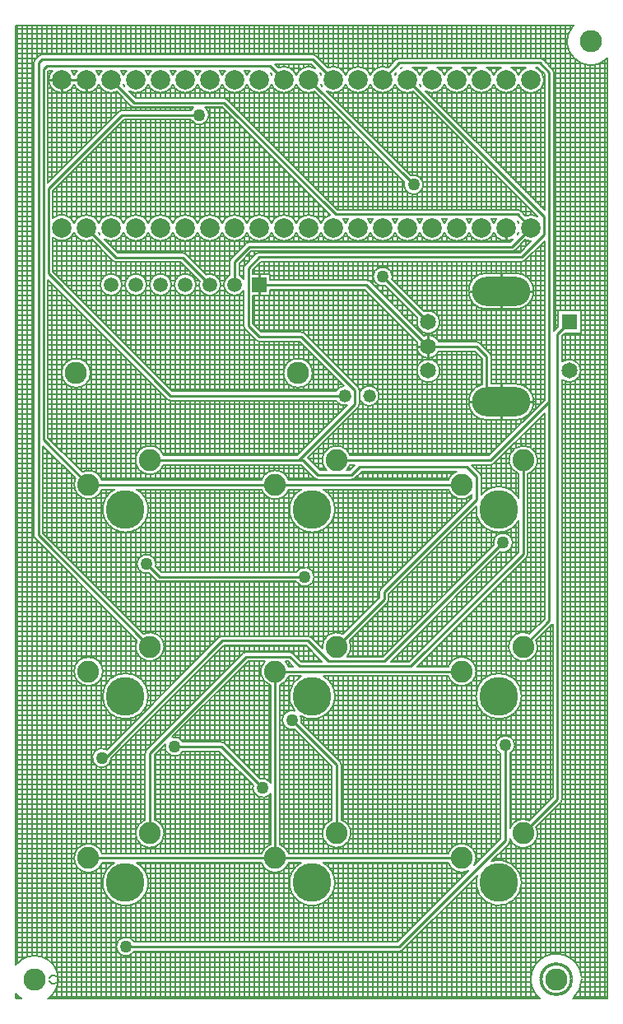
<source format=gbl>
G04*
G04 #@! TF.GenerationSoftware,Altium Limited,Altium Designer,21.5.1 (32)*
G04*
G04 Layer_Physical_Order=2*
G04 Layer_Color=16711680*
%FSTAX25Y25*%
%MOIN*%
G70*
G04*
G04 #@! TF.SameCoordinates,0BFE2CC6-8836-44AC-A470-928A03FDA669*
G04*
G04*
G04 #@! TF.FilePolarity,Positive*
G04*
G01*
G75*
%ADD12C,0.01000*%
%ADD14C,0.00800*%
%ADD32C,0.09000*%
%ADD33C,0.07874*%
%ADD34R,0.06496X0.06496*%
%ADD35C,0.06496*%
%ADD36O,0.23622X0.11811*%
%ADD37C,0.08858*%
%ADD38C,0.15700*%
%ADD39C,0.05906*%
%ADD40R,0.05906X0.05906*%
%ADD41C,0.05200*%
%ADD42C,0.05000*%
D12*
X03Y0406563D02*
Y04115D01*
X0298Y0385941D02*
Y0392846D01*
Y0379035D02*
Y0385941D01*
X0310811D01*
X0285189D02*
X0298D01*
Y0334154D02*
Y0341059D01*
Y0347965D01*
X0285189Y0341059D02*
X0298D01*
X0310811D01*
X0268472Y0359252D02*
Y03635D01*
Y0367748D01*
X0264224Y03635D02*
X0268472D01*
X02Y0384547D02*
Y03885D01*
Y0392453D01*
X0115063Y04715D02*
X012D01*
Y0466563D02*
Y04715D01*
X013Y0466563D02*
Y04715D01*
X02161Y03175D02*
X02178D01*
X0317437Y025244D02*
Y0341137D01*
X02921Y0341059D02*
Y03594D01*
X025Y04715D02*
X02568Y04783D01*
X03136D01*
X0317437Y0474463D01*
X0306897Y02419D02*
X0317437Y025244D01*
Y0341137D02*
Y0474463D01*
X02938Y03175D02*
X0317437Y0341137D01*
X0231297Y03175D02*
X02938D01*
X0231297Y01663D02*
Y0194103D01*
X02132Y02122D02*
X0231297Y0194103D01*
X03208Y0368584D02*
X0325559Y0373343D01*
X03208Y0180203D02*
Y0368584D01*
X0306897Y01663D02*
X03208Y0180203D01*
X022Y04715D02*
X02625Y0429D01*
X01125Y0325815D02*
X0130815Y03075D01*
X01125Y0325815D02*
Y04757D01*
X01139Y04771D01*
X02044D01*
X021Y04715D01*
X0164Y03435D02*
X02345D01*
X01145Y0393D02*
X0164Y03435D01*
X01145Y0393D02*
Y04273D01*
X01444Y04572D01*
X01757D01*
X01362Y01969D02*
X01376D01*
X0185Y02443D01*
X02197D01*
X0228029Y0235971D01*
X0250671D01*
X029875Y028405D01*
X01657Y02015D02*
X0184504D01*
X02013Y0184704D01*
X0145961Y01205D02*
X02568D01*
X02996Y01633D01*
Y0202D01*
X025Y0391815D02*
X0268472Y0373343D01*
X013Y04115D02*
X01419Y03996D01*
X01689D01*
X018Y03885D01*
X03024Y04039D02*
X031Y04115D01*
X0196Y04039D02*
X03024D01*
X019Y03979D02*
X0196Y04039D01*
X019Y03885D02*
Y03979D01*
X03045Y0417D02*
X031Y04115D01*
X023084Y0417D02*
X03045D01*
X018564Y04622D02*
X023084Y0417D01*
X01493Y04622D02*
X018564D01*
X014Y04715D02*
X01493Y04622D01*
X0155697Y01663D02*
Y0198897D01*
X01947Y02379D01*
X02123D01*
X0216229Y0233971D01*
X0261471D01*
X0306897Y0279397D01*
Y03175D01*
X01595Y02702D02*
X02184D01*
X01543Y02754D02*
X01595Y02702D01*
X0155697Y03175D02*
X02161D01*
X02386Y034D01*
Y03459D01*
X02171Y03674D02*
X02386Y03459D01*
X02Y03674D02*
X02171D01*
X01955Y03719D02*
X02Y03674D01*
X01955Y03719D02*
Y03952D01*
X02Y03997D01*
X03063D01*
X0315437Y0408837D01*
Y0416063D01*
X026Y04715D02*
X0315437Y0416063D01*
X02217Y04798D02*
X023Y04715D01*
X0112Y04798D02*
X02217D01*
X01105Y04783D02*
X0112Y04798D01*
X01105Y0287097D02*
Y04783D01*
Y0287097D02*
X0155697Y02419D01*
X02Y03885D02*
X0243472D01*
X0268472Y03635D01*
X0231297Y02419D02*
X02505Y0261103D01*
Y0264D01*
X0288Y03015D01*
Y03108D01*
X0284Y03148D02*
X0288Y03108D01*
X02407Y03148D02*
X0284D01*
X02374Y03115D02*
X02407Y03148D01*
X02238Y03115D02*
X02374D01*
X02178Y03175D02*
X02238Y03115D01*
X0206415Y0222115D02*
Y02319D01*
X02064Y02221D02*
X0206415Y0222115D01*
X02064Y0156315D02*
Y02221D01*
Y0156315D02*
X0206415Y01563D01*
X0268472Y03635D02*
X0288D01*
X02921Y03594D01*
Y0341059D02*
X0298D01*
X0206415Y03075D02*
X0282015D01*
X0130815D02*
X0206415D01*
Y02319D02*
X0282015D01*
X0130815Y01563D02*
X0206415D01*
X0282015D01*
X012Y04715D02*
X013D01*
D14*
X0327388Y04936D02*
G03*
X03411Y0480329I000689J-00066D01*
G01*
X0314946Y0479641D02*
G03*
X03136Y04802I-0001346J-0001341D01*
G01*
X0314944Y0479643D02*
G03*
X03136Y04802I-0001343J-0001343D01*
G01*
X0307885Y04764D02*
G03*
X0305Y0473366I0002115J-00049D01*
G01*
X0319337Y0474463D02*
G03*
X0318778Y0475809I-00019J0D01*
G01*
X0319337Y0474463D02*
G03*
X031878Y0475807I-00019J0D01*
G01*
X0315337Y04715D02*
G03*
X0312115Y04764I-0005337J0D01*
G01*
X0305Y0469634D02*
G03*
X0315337Y04715I0005J0001866D01*
G01*
X0305843Y0418343D02*
G03*
X03045Y04189I-0001343J-0001343D01*
G01*
X0305846Y0418341D02*
G03*
X03045Y04189I-0001346J-0001341D01*
G01*
X0312723Y041609D02*
G03*
X0307817Y041637I-0002723J-000459D01*
G01*
Y040663D02*
G03*
X0310076Y0406164I0002183J000487D01*
G01*
X030513Y0413683D02*
G03*
X0305Y0413366I000487J-0002183D01*
G01*
D02*
G03*
X030459Y0414223I-0005J-0001866D01*
G01*
X0305Y0409634D02*
G03*
X030513Y0409317I0005J0001866D01*
G01*
X030459Y0408777D02*
G03*
X0305Y0409634I-000459J0002723D01*
G01*
Y0473366D02*
G03*
X0302115Y04764I-0005J-0001866D01*
G01*
X0295Y0469634D02*
G03*
X0305Y0469634I0005J0001866D01*
G01*
X0297885Y04764D02*
G03*
X0295Y0473366I0002115J-00049D01*
G01*
D02*
G03*
X0292115Y04764I-0005J-0001866D01*
G01*
X0287885D02*
G03*
X0285Y0473366I0002115J-00049D01*
G01*
Y0469634D02*
G03*
X0295Y0469634I0005J0001866D01*
G01*
Y0409634D02*
G03*
X0302723Y040691I0005J0001866D01*
G01*
X0295Y0413366D02*
G03*
X029394Y04151I-0005J-0001866D01*
G01*
X028606D02*
G03*
X0285Y0413366I000394J-00036D01*
G01*
X029606Y04151D02*
G03*
X0295Y0413366I000394J-00036D01*
G01*
X0285Y0409634D02*
G03*
X0295Y0409634I0005J0001866D01*
G01*
X03063Y03978D02*
G03*
X0307646Y0398359I0J00019D01*
G01*
X03063Y03978D02*
G03*
X0307644Y0398357I0J00019D01*
G01*
X0311211Y0385941D02*
G03*
X0303906Y0393247I-0007305J0D01*
G01*
X0330207Y0353657D02*
G03*
X03227Y0357322I-0004648J0D01*
G01*
Y0349993D02*
G03*
X0330207Y0353657I0002859J0003665D01*
G01*
X03024Y0402D02*
G03*
X0303746Y0402559I0J00019D01*
G01*
X03024Y0402D02*
G03*
X0303744Y0402557I0J00019D01*
G01*
X0303906Y0378636D02*
G03*
X0311211Y0385941I0J0007305D01*
G01*
X0292094Y0393247D02*
G03*
X0292094Y0378636I0J-0007305D01*
G01*
X0289344Y0364844D02*
G03*
X0288Y03654I-0001343J-0001343D01*
G01*
X0289346Y0364841D02*
G03*
X0288Y03654I-0001346J-0001341D01*
G01*
X0311211Y0341059D02*
G03*
X0303906Y0348364I-0007305J0D01*
G01*
Y0333753D02*
G03*
X0311211Y0341059I0J0007305D01*
G01*
X0294Y03594D02*
G03*
X0293441Y0360746I-00019J0D01*
G01*
X0294Y03594D02*
G03*
X0293443Y0360743I-00019J0D01*
G01*
X02902Y0348115D02*
G03*
X0292094Y0333753I0001894J-0007056D01*
G01*
X0277885Y04764D02*
G03*
X0275Y0473366I0002115J-00049D01*
G01*
D02*
G03*
X0272115Y04764I-0005J-0001866D01*
G01*
X0267885D02*
G03*
X0265Y0473366I0002115J-00049D01*
G01*
X0285D02*
G03*
X0282115Y04764I-0005J-0001866D01*
G01*
X0275Y0469634D02*
G03*
X0285Y0469634I0005J0001866D01*
G01*
X0267277Y046691D02*
G03*
X0275Y0469634I0002723J000459D01*
G01*
X0257885Y04764D02*
G03*
X0257277Y047609I0002115J-00049D01*
G01*
X02568Y04802D02*
G03*
X0255456Y0479643I0J-00019D01*
G01*
X02568Y04802D02*
G03*
X0255454Y0479641I0J-00019D01*
G01*
X0265Y0469634D02*
G03*
X026541Y0468777I0005J0001866D01*
G01*
X026487Y0469317D02*
G03*
X0265Y0469634I-000487J0002183D01*
G01*
X025541Y0474223D02*
G03*
X0255Y0473366I000459J-0002723D01*
G01*
D02*
G03*
X025487Y0473683I-0005J-0001866D01*
G01*
X0265Y0473366D02*
G03*
X0262115Y04764I-0005J-0001866D01*
G01*
X0255Y0469634D02*
G03*
X0262183Y046663I0005J0001866D01*
G01*
X027606Y04151D02*
G03*
X0275Y0413366I000394J-00036D01*
G01*
X0285D02*
G03*
X028394Y04151I-0005J-0001866D01*
G01*
X0275Y0409634D02*
G03*
X0285Y0409634I0005J0001866D01*
G01*
X02664Y0429D02*
G03*
X0261435Y0432752I-00039J0D01*
G01*
X0258748Y0430065D02*
G03*
X02664Y0429I0003752J-0001065D01*
G01*
X0275Y0413366D02*
G03*
X027394Y04151I-0005J-0001866D01*
G01*
X0265Y0409634D02*
G03*
X0275Y0409634I0005J0001866D01*
G01*
X026606Y04151D02*
G03*
X0265Y0413366I000394J-00036D01*
G01*
D02*
G03*
X026394Y04151I-0005J-0001866D01*
G01*
X0255Y0413366D02*
G03*
X025394Y04151I-0005J-0001866D01*
G01*
X025606D02*
G03*
X0255Y0413366I000394J-00036D01*
G01*
Y0409634D02*
G03*
X0265Y0409634I0005J0001866D01*
G01*
X0252183Y047637D02*
G03*
X0245Y0473366I-0002183J-000487D01*
G01*
D02*
G03*
X0235Y0473366I-0005J-0001866D01*
G01*
X0245Y0469634D02*
G03*
X0255Y0469634I0005J0001866D01*
G01*
X0235D02*
G03*
X0245Y0469634I0005J0001866D01*
G01*
X0235Y0473366D02*
G03*
X0227817Y047637I-0005J-0001866D01*
G01*
X0223043Y0481144D02*
G03*
X02217Y04817I-0001343J-0001343D01*
G01*
X0223046Y0481141D02*
G03*
X02217Y04817I-0001346J-0001341D01*
G01*
X0227277Y046691D02*
G03*
X0235Y0469634I0002723J000459D01*
G01*
X0225D02*
G03*
X022541Y0468777I0005J0001866D01*
G01*
X0225Y0473366D02*
G03*
X022459Y0474223I-0005J-0001866D01*
G01*
X022513Y0473683D02*
G03*
X0225Y0473366I000487J-0002183D01*
G01*
X022487Y0469317D02*
G03*
X0225Y0469634I-000487J0002183D01*
G01*
X024606Y04151D02*
G03*
X0245Y0413366I000394J-00036D01*
G01*
Y0409634D02*
G03*
X0255Y0409634I0005J0001866D01*
G01*
X0235D02*
G03*
X0245Y0409634I0005J0001866D01*
G01*
Y0413366D02*
G03*
X024394Y04151I-0005J-0001866D01*
G01*
X023606D02*
G03*
X0235Y0413366I000394J-00036D01*
G01*
D02*
G03*
X023394Y04151I-0005J-0001866D01*
G01*
X0228524Y0416629D02*
G03*
X0225Y0413366I0001476J-0005129D01*
G01*
Y0409634D02*
G03*
X0235Y0409634I0005J0001866D01*
G01*
X0253752Y039075D02*
G03*
X02539Y0391815I-0003752J0001065D01*
G01*
D02*
G03*
X0251065Y0388063I-00039J0D01*
G01*
X027312Y0373343D02*
G03*
X0266816Y0377686I-0004648J0D01*
G01*
X0264129Y0374999D02*
G03*
X027312Y0373343I0004343J-0001656D01*
G01*
X0272714Y03654D02*
G03*
X0266816Y0367843I-0004242J-00019D01*
G01*
X0264129Y0365156D02*
G03*
X0272714Y03616I0004343J-0001656D01*
G01*
X027312Y0353657D02*
G03*
X027312Y0353657I-0004648J0D01*
G01*
X0244816Y0389844D02*
G03*
X0243472Y03904I-0001343J-0001343D01*
G01*
X0244819Y0389841D02*
G03*
X0243472Y03904I-0001346J-0001341D01*
G01*
X02485Y03435D02*
G03*
X02405Y03435I-0004J0D01*
G01*
X0234317Y0347496D02*
G03*
X023098Y03454I0000183J-0003996D01*
G01*
X02405Y03459D02*
G03*
X0239944Y0347243I-00019J0D01*
G01*
X02405Y03435D02*
G03*
X02485Y03435I0004J0D01*
G01*
X0239944Y0338656D02*
G03*
X02405Y034I-0001343J0001343D01*
G01*
Y03459D02*
G03*
X0239941Y0347246I-00019J0D01*
G01*
Y0338654D02*
G03*
X02405Y034I-0001341J0001346D01*
G01*
X023098Y03416D02*
G03*
X0235555Y0339641I000352J00019D01*
G01*
X0308797Y0311989D02*
G03*
X0312726Y03175I-00019J0005511D01*
G01*
X030824Y0278053D02*
G03*
X0308797Y0279397I-0001343J0001343D01*
G01*
X0308238Y027805D02*
G03*
X0308797Y0279397I-0001341J0001346D01*
G01*
X0312726Y02419D02*
G03*
X0312137Y0244453I-0005829J0D01*
G01*
X0312726Y03175D02*
G03*
X0304997Y0311989I-0005829J0D01*
G01*
Y0302175D02*
G03*
X02899Y0303411I-0007982J-0004675D01*
G01*
X0304997Y0302175D02*
G03*
X02899Y0303411I-0007982J-0004675D01*
G01*
X0287837Y029865D02*
G03*
X0304997Y0292825I0009178J-000115D01*
G01*
X0287837Y029865D02*
G03*
X0304997Y0292825I0009178J-000115D01*
G01*
X0297685Y0280298D02*
G03*
X030265Y028405I0001065J0003752D01*
G01*
D02*
G03*
X0294998Y0282985I-00039J0D01*
G01*
X02938Y03156D02*
G03*
X0295146Y0316159I0J00019D01*
G01*
X02938Y03156D02*
G03*
X0295144Y0316157I0J00019D01*
G01*
X030945Y024714D02*
G03*
X0312726Y02419I-0002553J-000524D01*
G01*
X0306265Y02219D02*
G03*
X0306265Y02219I-000925J0D01*
G01*
X0322144Y017886D02*
G03*
X03227Y0180203I-0001343J0001343D01*
G01*
X0322141Y0178857D02*
G03*
X03227Y0180203I-0001341J0001346D01*
G01*
X0312726Y01663D02*
G03*
X0312137Y0168853I-0005829J0D01*
G01*
X0330544Y010813D02*
G03*
X0313628Y00994I-0010266J-0000862D01*
G01*
X0326758Y0107812D02*
G03*
X0326781Y0107267I-0006479J-0000544D01*
G01*
X0326179D02*
G03*
X0326179Y0107267I-00059J0D01*
G01*
X0326929Y00994D02*
G03*
X0330581Y0107267I-0006651J0007868D01*
G01*
X0306265Y02219D02*
G03*
X0306265Y02219I-000925J0D01*
G01*
X03015Y0198594D02*
G03*
X03035Y0202I-00019J0003406D01*
G01*
D02*
G03*
X02977Y0198594I-00039J0D01*
G01*
X030945Y017154D02*
G03*
X03015Y0168503I-0002553J-000524D01*
G01*
Y0164097D02*
G03*
X0312726Y01663I0005397J0002203D01*
G01*
X0300941Y0161954D02*
G03*
X03015Y01633I-0001341J0001346D01*
G01*
X0306265Y01463D02*
G03*
X0294048Y0155061I-000925J0D01*
G01*
X0288254Y0149267D02*
G03*
X0306265Y01463I0008761J-0002967D01*
G01*
X0288254Y0149267D02*
G03*
X0306265Y01463I0008761J-0002967D01*
G01*
D02*
G03*
X0294048Y0155061I-000925J0D01*
G01*
X0300943Y0161957D02*
G03*
X03015Y01633I-0001343J0001343D01*
G01*
X02899Y03108D02*
G03*
X0289344Y0312143I-00019J0D01*
G01*
X02899Y03108D02*
G03*
X0289341Y0312146I-00019J0D01*
G01*
X027982Y03129D02*
G03*
X0276504Y03094I0002195J-00054D01*
G01*
Y03056D02*
G03*
X02861Y0303342I0005511J00019D01*
G01*
X023544Y03134D02*
G03*
X0236808Y03156I-0004143J00041D01*
G01*
Y03194D02*
G03*
X0227153Y03134I-0005511J-00019D01*
G01*
X02374Y03096D02*
G03*
X0238746Y0310159I0J00019D01*
G01*
X02374Y03096D02*
G03*
X0238743Y0310156I0J00019D01*
G01*
X0222457D02*
G03*
X02238Y03096I0001343J0001343D01*
G01*
X0222454Y0310159D02*
G03*
X02238Y03096I0001346J0001341D01*
G01*
X0251844Y025976D02*
G03*
X02524Y0261103I-0001343J0001343D01*
G01*
X0251841Y0259757D02*
G03*
X02524Y0261103I-0001341J0001346D01*
G01*
X0230665Y02975D02*
G03*
X0225882Y03056I-000925J0D01*
G01*
X0230665Y02975D02*
G03*
X0225882Y03056I-000925J0D01*
G01*
X0249159Y0265346D02*
G03*
X02486Y0264I0001341J-0001346D01*
G01*
X0249156Y0265343D02*
G03*
X02486Y0264I0001343J-0001343D01*
G01*
X0287844Y02319D02*
G03*
X0276504Y02338I-0005829J0D01*
G01*
Y023D02*
G03*
X0287844Y02319I0005511J00019D01*
G01*
X0287145Y0153532D02*
G03*
X0287844Y01563I-000513J0002768D01*
G01*
D02*
G03*
X0276504Y01582I-0005829J0D01*
G01*
Y01544D02*
G03*
X0284783Y015117I0005511J00019D01*
G01*
X02568Y01186D02*
G03*
X0258146Y0119159I0J00019D01*
G01*
X02568Y01186D02*
G03*
X0258143Y0119157I0J00019D01*
G01*
X0237126Y02419D02*
G03*
X0236537Y0244453I-0005829J0D01*
G01*
X0235509Y0237871D02*
G03*
X0237126Y02419I-0004212J0004029D01*
G01*
Y01663D02*
G03*
X0233197Y0171811I-0005829J0D01*
G01*
X023385Y024714D02*
G03*
X0225513Y0241174I-0002553J-000524D01*
G01*
X0230665Y02219D02*
G03*
X0225882Y023I-000925J0D01*
G01*
X0230665Y02219D02*
G03*
X0225882Y023I-000925J0D01*
G01*
X0221043Y0245643D02*
G03*
X02197Y02462I-0001343J-0001343D01*
G01*
X0221046Y0245641D02*
G03*
X02197Y02462I-0001346J-0001341D01*
G01*
X0233197Y0194103D02*
G03*
X0232638Y0195449I-00019J0D01*
G01*
X0233197Y0194103D02*
G03*
X023264Y0195447I-00019J0D01*
G01*
X0229397Y0171811D02*
G03*
X0237126Y01663I00019J-0005511D01*
G01*
X0230665Y01463D02*
G03*
X0225882Y01544I-000925J0D01*
G01*
X0230665Y01463D02*
G03*
X0225882Y01544I-000925J0D01*
G01*
X0215Y0473366D02*
G03*
X0207817Y047637I-0005J-0001866D01*
G01*
X0222723Y047609D02*
G03*
X0215Y0473366I-0002723J-000459D01*
G01*
Y0469634D02*
G03*
X0222183Y046663I0005J0001866D01*
G01*
X0205Y0469634D02*
G03*
X0215Y0469634I0005J0001866D01*
G01*
X0205Y0473366D02*
G03*
X020459Y0474223I-0005J-0001866D01*
G01*
X0196154Y04752D02*
G03*
X0195Y0473366I0003846J-00037D01*
G01*
D02*
G03*
X0193846Y04752I-0005J-0001866D01*
G01*
X020513Y0473683D02*
G03*
X0205Y0473366I000487J-0002183D01*
G01*
X0195Y0469634D02*
G03*
X0205Y0469634I0005J0001866D01*
G01*
X0225Y0413366D02*
G03*
X0215Y0413366I-0005J-0001866D01*
G01*
Y0409634D02*
G03*
X0225Y0409634I0005J0001866D01*
G01*
X0215Y0413366D02*
G03*
X0205Y0413366I-0005J-0001866D01*
G01*
Y0409634D02*
G03*
X0215Y0409634I0005J0001866D01*
G01*
X0205Y0413366D02*
G03*
X0195Y0413366I-0005J-0001866D01*
G01*
Y0409634D02*
G03*
X0205Y0409634I0005J0001866D01*
G01*
X0186154Y04752D02*
G03*
X0185Y0473366I0003846J-00037D01*
G01*
D02*
G03*
X0183846Y04752I-0005J-0001866D01*
G01*
X0185Y0469634D02*
G03*
X0195Y0469634I0005J0001866D01*
G01*
X0186983Y0463544D02*
G03*
X018564Y04641I-0001343J-0001343D01*
G01*
X0186986Y0463541D02*
G03*
X018564Y04641I-0001346J-0001341D01*
G01*
X0175Y0469634D02*
G03*
X0185Y0469634I0005J0001866D01*
G01*
X0176154Y04752D02*
G03*
X0175Y0473366I0003846J-00037D01*
G01*
X0165Y0469634D02*
G03*
X0175Y0469634I0005J0001866D01*
G01*
Y0473366D02*
G03*
X0173846Y04752I-0005J-0001866D01*
G01*
X0173334Y04603D02*
G03*
X0172294Y04591I0002366J-00031D01*
G01*
X0195Y0413366D02*
G03*
X0185Y0413366I-0005J-0001866D01*
G01*
Y0409634D02*
G03*
X0195Y0409634I0005J0001866D01*
G01*
X01796Y04572D02*
G03*
X0178066Y04603I-00039J0D01*
G01*
X0172294Y04553D02*
G03*
X01796Y04572I0003406J00019D01*
G01*
X0185Y0413366D02*
G03*
X0175Y0413366I-0005J-0001866D01*
G01*
Y0409634D02*
G03*
X0185Y0409634I0005J0001866D01*
G01*
X0175Y0413366D02*
G03*
X0165Y0413366I-0005J-0001866D01*
G01*
Y0409634D02*
G03*
X0175Y0409634I0005J0001866D01*
G01*
X02Y04016D02*
G03*
X0198656Y0401044I0J-00019D01*
G01*
X02Y04016D02*
G03*
X0198654Y0401041I0J-00019D01*
G01*
X0196Y04058D02*
G03*
X0194657Y0405243I0J-00019D01*
G01*
X0218443Y0368743D02*
G03*
X02171Y03693I-0001343J-0001343D01*
G01*
X0218446Y0368741D02*
G03*
X02171Y03693I-0001346J-0001341D01*
G01*
X0221592Y0352721D02*
G03*
X0221592Y0352721I-00059J0D01*
G01*
X0198654Y0366059D02*
G03*
X02Y03655I0001346J0001341D01*
G01*
X0198656Y0366056D02*
G03*
X02Y03655I0001343J0001343D01*
G01*
X0196Y04058D02*
G03*
X0194654Y0405241I0J-00019D01*
G01*
X0188659Y0399246D02*
G03*
X01881Y03979I0001341J-0001346D01*
G01*
X0188656Y0399243D02*
G03*
X01881Y03979I0001343J-0001343D01*
G01*
X0194159Y0396546D02*
G03*
X01936Y03952I0001341J-0001346D01*
G01*
X0194157Y0396544D02*
G03*
X01936Y03952I0001343J-0001343D01*
G01*
Y0390947D02*
G03*
X01919Y0392416I-00036J-0002447D01*
G01*
X01881D02*
G03*
X01936Y0386053I00019J-0003916D01*
G01*
X0170244Y0400944D02*
G03*
X01689Y04015I-0001343J-0001343D01*
G01*
X0170246Y0400941D02*
G03*
X01689Y04015I-0001346J-0001341D01*
G01*
X0184353Y03885D02*
G03*
X0178574Y0392613I-0004353J0D01*
G01*
X0175887Y0389926D02*
G03*
X0184353Y03885I0004113J-0001426D01*
G01*
X0174353D02*
G03*
X0174353Y03885I-0004353J0D01*
G01*
X01936Y03719D02*
G03*
X0194157Y0370556I00019J0D01*
G01*
X01936Y03719D02*
G03*
X0194159Y0370554I00019J0D01*
G01*
X0166154Y04752D02*
G03*
X0165Y0473366I0003846J-00037D01*
G01*
D02*
G03*
X0163846Y04752I-0005J-0001866D01*
G01*
X0156154D02*
G03*
X0155Y0473366I0003846J-00037D01*
G01*
D02*
G03*
X0153846Y04752I-0005J-0001866D01*
G01*
X0155Y0469634D02*
G03*
X0165Y0469634I0005J0001866D01*
G01*
X0147277Y046691D02*
G03*
X0155Y0469634I0002723J000459D01*
G01*
X0136154Y04752D02*
G03*
X0135Y0473366I0003846J-00037D01*
G01*
D02*
G03*
X0133846Y04752I-0005J-0001866D01*
G01*
X0146154D02*
G03*
X0145Y0473366I0003846J-00037D01*
G01*
Y0469634D02*
G03*
X014541Y0468777I0005J0001866D01*
G01*
X014487Y0469317D02*
G03*
X0145Y0469634I-000487J0002183D01*
G01*
Y0473366D02*
G03*
X0143846Y04752I-0005J-0001866D01*
G01*
X0135Y0469634D02*
G03*
X0142183Y046663I0005J0001866D01*
G01*
X0165Y0413366D02*
G03*
X0155Y0413366I-0005J-0001866D01*
G01*
D02*
G03*
X0145Y0413366I-0005J-0001866D01*
G01*
X0147954Y0460859D02*
G03*
X01493Y04603I0001346J0001341D01*
G01*
X0147957Y0460856D02*
G03*
X01493Y04603I0001343J0001343D01*
G01*
X01444Y04591D02*
G03*
X0143054Y0458541I0J-00019D01*
G01*
X01444Y04591D02*
G03*
X0143056Y0458543I0J-00019D01*
G01*
X0145Y0413366D02*
G03*
X0135Y0413366I-0005J-0001866D01*
G01*
X0126154Y04752D02*
G03*
X0125013Y04734I0003846J-00037D01*
G01*
X0124987D02*
G03*
X0123846Y04752I-0004987J-00019D01*
G01*
X0116154D02*
G03*
X0124987Y04696I0003846J-00037D01*
G01*
X0125013D02*
G03*
X0135Y0469634I0004987J00019D01*
G01*
X0112Y04817D02*
G03*
X0110654Y0481141I0J-00019D01*
G01*
X0112Y04817D02*
G03*
X0110656Y0481144I0J-00019D01*
G01*
X0109159Y0479646D02*
G03*
X01086Y04783I0001341J-0001346D01*
G01*
X0109157Y0479643D02*
G03*
X01086Y04783I0001343J-0001343D01*
G01*
X0135Y0413366D02*
G03*
X0125Y0413366I-0005J-0001866D01*
G01*
D02*
G03*
X01164Y041544I-0005J-0001866D01*
G01*
X0155Y0409634D02*
G03*
X0165Y0409634I0005J0001866D01*
G01*
X0145D02*
G03*
X0155Y0409634I0005J0001866D01*
G01*
X0135D02*
G03*
X013541Y0408777I0005J0001866D01*
G01*
X013487Y0409317D02*
G03*
X0135Y0409634I-000487J0002183D01*
G01*
X0137277Y040691D02*
G03*
X0145Y0409634I0002723J000459D01*
G01*
X0140554Y0398259D02*
G03*
X01419Y03977I0001346J0001341D01*
G01*
X0140557Y0398256D02*
G03*
X01419Y03977I0001343J0001343D01*
G01*
X0154353Y03885D02*
G03*
X0154353Y03885I-0004353J0D01*
G01*
X0164353D02*
G03*
X0164353Y03885I-0004353J0D01*
G01*
X0162654Y0342159D02*
G03*
X0164Y03416I0001346J0001341D01*
G01*
X0162656Y0342157D02*
G03*
X0164Y03416I0001343J0001343D01*
G01*
X0144353Y03885D02*
G03*
X0144353Y03885I-0004353J0D01*
G01*
X0125Y0409634D02*
G03*
X0132183Y040663I0005J0001866D01*
G01*
X01164Y040756D02*
G03*
X0125Y0409634I00036J000394D01*
G01*
X0131678Y0352721D02*
G03*
X0131678Y0352721I-00059J0D01*
G01*
X02223Y02702D02*
G03*
X0214994Y02721I-00039J0D01*
G01*
Y02683D02*
G03*
X02223Y02702I0003406J00019D01*
G01*
X0216948Y03056D02*
G03*
X0230665Y02975I0004467J-00081D01*
G01*
X0216948Y03056D02*
G03*
X0230665Y02975I0004467J-00081D01*
G01*
X0211926Y03094D02*
G03*
X0200904Y03094I-0005511J-00019D01*
G01*
Y03056D02*
G03*
X0211926Y03056I0005511J00019D01*
G01*
X0213644Y0239244D02*
G03*
X02123Y02398I-0001343J-0001343D01*
G01*
X0213646Y0239241D02*
G03*
X02123Y02398I-0001346J-0001341D01*
G01*
X0216948Y023D02*
G03*
X0214353Y0215926I0004467J-00081D01*
G01*
X0216948Y023D02*
G03*
X0214353Y0215926I0004467J-00081D01*
G01*
X0208315Y0226389D02*
G03*
X0211926Y023I-00019J0005511D01*
G01*
Y02338D02*
G03*
X0210559Y0236I-0005511J-00019D01*
G01*
X0202272D02*
G03*
X0204515Y0226389I0004143J-00041D01*
G01*
X01947Y02398D02*
G03*
X0193354Y0239241I0J-00019D01*
G01*
X01947Y02398D02*
G03*
X0193357Y0239244I0J-00019D01*
G01*
X0185Y02462D02*
G03*
X0183657Y0245643I0J-00019D01*
G01*
X0185Y02462D02*
G03*
X0183654Y0245641I0J-00019D01*
G01*
X0216685Y0213951D02*
G03*
X0230665Y02219I000473J0007949D01*
G01*
X0216685Y0213951D02*
G03*
X0230665Y02219I000473J0007949D01*
G01*
X0214353Y0215926D02*
G03*
X0214265Y0208448I-0001153J-0003726D01*
G01*
X02171Y02122D02*
G03*
X0216685Y0213951I-00039J0D01*
G01*
X0216952Y0211135D02*
G03*
X02171Y02122I-0003752J0001065D01*
G01*
X02045Y0186933D02*
G03*
X0200235Y0188456I-00032J-0002229D01*
G01*
X0197548Y0185769D02*
G03*
X02045Y0182475I0003752J-0001065D01*
G01*
X0211926Y01582D02*
G03*
X02083Y0161816I-0005511J-00019D01*
G01*
X0200904Y01544D02*
G03*
X0211926Y01544I0005511J00019D01*
G01*
X0216948D02*
G03*
X0230665Y01463I0004467J-00081D01*
G01*
X0216948Y01544D02*
G03*
X0230665Y01463I0004467J-00081D01*
G01*
X02045Y0161806D02*
G03*
X0200904Y01582I0001915J-0005506D01*
G01*
X0185847Y0202843D02*
G03*
X0184504Y02034I-0001343J-0001343D01*
G01*
X018585Y0202841D02*
G03*
X0184504Y02034I-0001346J-0001341D01*
G01*
X0161208Y03194D02*
G03*
X0161208Y03156I-0005511J-00019D01*
G01*
X0158052Y0274335D02*
G03*
X01582Y02754I-0003752J0001065D01*
G01*
X0155065Y02975D02*
G03*
X0150282Y03056I-000925J0D01*
G01*
X0155065Y02975D02*
G03*
X0150282Y03056I-000925J0D01*
G01*
X0141348D02*
G03*
X0155065Y02975I0004467J-00081D01*
G01*
X0141348Y03056D02*
G03*
X0155065Y02975I0004467J-00081D01*
G01*
X0158157Y0268857D02*
G03*
X01595Y02683I0001343J0001343D01*
G01*
X01582Y02754D02*
G03*
X0155365Y0271648I-00039J0D01*
G01*
X0158154Y0268859D02*
G03*
X01595Y02683I0001346J0001341D01*
G01*
X0161526Y02419D02*
G03*
X0153144Y024714I-0005829J0D01*
G01*
X0150457Y0244453D02*
G03*
X0161526Y02419I000524J-0002553D01*
G01*
X0155065Y02219D02*
G03*
X0155065Y02219I-000925J0D01*
G01*
D02*
G03*
X0155065Y02219I-000925J0D01*
G01*
X0136326Y03094D02*
G03*
X0128262Y031274I-0005511J-00019D01*
G01*
X0125575Y0310053D02*
G03*
X0136326Y03056I000524J-0002553D01*
G01*
X01086Y0287097D02*
G03*
X0109157Y0285753I00019J0D01*
G01*
X01086Y0287097D02*
G03*
X0109159Y0285751I00019J0D01*
G01*
X0136644Y02319D02*
G03*
X0136644Y02319I-0005829J0D01*
G01*
X0169106Y02034D02*
G03*
X0164776Y0205289I-0003406J-00019D01*
G01*
X0161911Y0202424D02*
G03*
X0169106Y01996I0003789J-0000924D01*
G01*
X0154353Y020024D02*
G03*
X0153797Y0198897I0001343J-0001343D01*
G01*
X0161526Y01663D02*
G03*
X0157597Y0171811I-0005829J0D01*
G01*
X0154356Y0200243D02*
G03*
X0153797Y0198897I0001341J-0001346D01*
G01*
Y0171811D02*
G03*
X0161526Y01663I00019J-0005511D01*
G01*
X0155065Y01463D02*
G03*
X0150282Y01544I-000925J0D01*
G01*
X0155065Y01463D02*
G03*
X0150282Y01544I-000925J0D01*
G01*
X0138238Y0200225D02*
G03*
X0140095Y0196708I-0002038J-0003325D01*
G01*
X0141348Y01544D02*
G03*
X0155065Y01463I0004467J-00081D01*
G01*
X0141348Y01544D02*
G03*
X0155065Y01463I0004467J-00081D01*
G01*
X0136326Y01582D02*
G03*
X0136326Y01544I-0005511J-00019D01*
G01*
X0149367Y01224D02*
G03*
X0149367Y01186I-0003406J-00019D01*
G01*
X0118542Y0107267D02*
G03*
X01014Y0113037I-0009542J0D01*
G01*
X0118537Y0106995D02*
G03*
X0114882Y0107724I-00019J0D01*
G01*
X0114862Y0106602D02*
G03*
X0118542Y0107267I000178J0000666D01*
G01*
X0114399Y00994D02*
G03*
X0118536Y0106927I-0005399J0007868D01*
G01*
X01014Y0101498D02*
G03*
X0103601Y00994I00076J0005769D01*
G01*
X0101673D02*
G03*
X01014Y0099784I-0001673J-00009D01*
G01*
X0101673Y00994D02*
G03*
X01014Y0099784I-0001673J-00009D01*
G01*
X0319337Y0464D02*
X03411D01*
X0340762Y048D02*
X03411D01*
X0337447Y0478D02*
X03411D01*
X0319337Y046D02*
X03411D01*
X0319337Y0458D02*
X03411D01*
X0319337Y0462D02*
X03411D01*
X0319337Y0474D02*
X03411D01*
X0319337Y0472D02*
X03411D01*
X0316587Y0478D02*
X033111D01*
X0318587Y0476D02*
X03411D01*
X0319337Y0468D02*
X03411D01*
X0319337Y0466D02*
X03411D01*
X0319337Y047D02*
X03411D01*
X0319337Y044D02*
X03411D01*
X0319337Y0438D02*
X03411D01*
X0319337Y0444D02*
X03411D01*
X0319337Y0442D02*
X03411D01*
X0319337Y0434D02*
X03411D01*
X0319337Y0432D02*
X03411D01*
X0319337Y0436D02*
X03411D01*
X0319337Y0454D02*
X03411D01*
X0319337Y0452D02*
X03411D01*
X0319337Y0456D02*
X03411D01*
X0319337Y0448D02*
X03411D01*
X0319337Y0446D02*
X03411D01*
X0319337Y045D02*
X03411D01*
X0326Y0491744D02*
Y04936D01*
X0314448Y048D02*
X0327795D01*
X0314Y0480157D02*
Y04936D01*
X0318Y0476587D02*
Y04936D01*
X0314946Y0479641D02*
X0318778Y0475809D01*
X0316Y0478587D02*
Y04936D01*
X031Y04802D02*
Y04936D01*
X0312Y04802D02*
Y04936D01*
X0306Y04802D02*
Y04936D01*
X0308Y04802D02*
Y04936D01*
X0306Y0475033D02*
Y04764D01*
X0312869Y0476D02*
X0313213D01*
X0314715Y0474D02*
X0315213D01*
X0315122Y047D02*
X0315537D01*
X0314029Y0468D02*
X0315537D01*
X0312813Y04764D02*
X0315537Y0473676D01*
X0312115Y04764D02*
X0312813D01*
X0304715Y0474D02*
X0305285D01*
X0304187Y043D02*
X0315537D01*
X0304029Y0468D02*
X0305971D01*
X0326Y0377991D02*
Y0482256D01*
X0319337Y0426D02*
X03411D01*
X0322Y0377991D02*
Y04936D01*
X0324Y0377991D02*
Y04936D01*
X0328Y0377991D02*
Y0479815D01*
X033Y0377991D02*
Y0478472D01*
X032Y0370471D02*
Y04936D01*
X0319337Y043D02*
X03411D01*
X0319337Y0428D02*
X03411D01*
X0306187D02*
X0315537D01*
X0308187Y0426D02*
X0315537D01*
X0319337Y0369796D02*
Y0474463D01*
X0315537Y041865D02*
Y0473676D01*
X0310187Y0424D02*
X0315537D01*
X0319337Y0414D02*
X03411D01*
X0319337Y0412D02*
X03411D01*
X0319337Y0418D02*
X03411D01*
X0319337Y0416D02*
X03411D01*
X0319337Y0408D02*
X03411D01*
X0319337Y0406D02*
X03411D01*
X0319337Y041D02*
X03411D01*
X0319337Y0424D02*
X03411D01*
X0319337Y0422D02*
X03411D01*
X0314187Y042D02*
X0315537D01*
X0319337D02*
X03411D01*
X0315537Y0341924D02*
Y040625D01*
X0307646Y0398359D02*
X0315537Y040625D01*
X0312Y0422187D02*
Y0466552D01*
X0312187Y0422D02*
X0315537D01*
X0308Y0426187D02*
Y0466552D01*
X031Y0424187D02*
Y0466163D01*
X0314Y0420187D02*
Y0467967D01*
X031Y0416837D02*
Y0418813D01*
X0308Y0416448D02*
Y0420813D01*
X0306Y0428187D02*
Y0467967D01*
Y0418187D02*
Y0422813D01*
X0306187Y0418D02*
X0310813D01*
X0305846Y0418341D02*
X0307817Y041637D01*
X0312Y0416448D02*
Y0416813D01*
X0308Y0404087D02*
Y0406552D01*
X0307187Y0406D02*
X0309913D01*
X0305513Y04016D02*
X0310076Y0406164D01*
X0314Y0340387D02*
Y0404713D01*
X0306Y0402087D02*
Y0404813D01*
X030459Y0414223D02*
X030513Y0413683D01*
X030459Y0408777D02*
X030513Y0409317D01*
X0304Y04802D02*
Y04936D01*
X0302115Y04764D02*
X0307885D01*
X03Y04802D02*
Y04936D01*
X0302Y04802D02*
Y04936D01*
X0302869Y0476D02*
X0307131D01*
X0304Y0475033D02*
Y04764D01*
X0298Y04802D02*
Y04936D01*
X02568Y04802D02*
X03136D01*
X0292115Y04764D02*
X0297885D01*
X0292869Y0476D02*
X0297131D01*
X0268187Y0466D02*
X0315537D01*
X0286187Y0448D02*
X0315537D01*
X0288187Y0446D02*
X0315537D01*
X0282187Y0452D02*
X0315537D01*
X0284187Y045D02*
X0315537D01*
X0292187Y0442D02*
X0315537D01*
X0294187Y044D02*
X0315537D01*
X0290187Y0444D02*
X0315537D01*
X0272187Y0462D02*
X0315537D01*
X0274187Y046D02*
X0315537D01*
X0270187Y0464D02*
X0315537D01*
X0278187Y0456D02*
X0315537D01*
X0280187Y0454D02*
X0315537D01*
X0276187Y0458D02*
X0315537D01*
X0294Y04802D02*
Y04936D01*
X0296Y04802D02*
Y04936D01*
X029Y04802D02*
Y04936D01*
X0292Y04802D02*
Y04936D01*
X0296Y0475033D02*
Y04764D01*
X0294Y0475033D02*
Y04764D01*
X0288Y04802D02*
Y04936D01*
X0282115Y04764D02*
X0287885D01*
X0286Y04802D02*
Y04936D01*
X0282869Y0476D02*
X0287131D01*
X0286Y0475033D02*
Y04764D01*
X0284715Y0474D02*
X0285285D01*
X0294715D02*
X0295285D01*
X0294029Y0468D02*
X0295971D01*
X0288Y0446187D02*
Y0466552D01*
X029Y0444187D02*
Y0466163D01*
X0294Y0440187D02*
Y0467967D01*
X0296Y0438187D02*
Y0467967D01*
X0292Y0442187D02*
Y0466552D01*
X0286Y0448187D02*
Y0467967D01*
X0284029Y0468D02*
X0285971D01*
X0254187Y044D02*
X0288813D01*
X0256187Y0438D02*
X0290813D01*
X0252187Y0442D02*
X0286813D01*
X0300187Y0434D02*
X0315537D01*
X0302187Y0432D02*
X0315537D01*
X0302Y0432187D02*
Y0466552D01*
X03Y0434187D02*
Y0466163D01*
X0304Y0430187D02*
Y0467967D01*
X0302Y04189D02*
Y0426813D01*
X03Y04189D02*
Y0428813D01*
X0296187Y0438D02*
X0315537D01*
X0298187Y0436D02*
X0315537D01*
X026627Y043D02*
X0298813D01*
X026627Y0428D02*
X0300813D01*
X0267277Y046691D02*
X0315537Y041865D01*
X0262183Y046663D02*
X0312723Y041609D01*
X0298Y04189D02*
Y0430813D01*
X0304Y04189D02*
Y0424813D01*
X0302Y0406187D02*
Y0406552D01*
X0298Y04058D02*
Y0406552D01*
X0301613Y04058D02*
X0302723Y040691D01*
X0303746Y0402559D02*
X0307817Y040663D01*
X03Y04058D02*
Y0406163D01*
X0226527Y0424D02*
X0304813D01*
X0228527Y0422D02*
X0306813D01*
X0264992Y0426D02*
X0302813D01*
X0230527Y042D02*
X0308813D01*
X0231627Y04189D02*
X03045D01*
X0298Y0436187D02*
Y0466552D01*
X0292Y04189D02*
Y0436813D01*
X0288Y04189D02*
Y0440813D01*
X029Y04189D02*
Y0438813D01*
X0296Y04189D02*
Y0432813D01*
X0294Y04189D02*
Y0434813D01*
X0260187Y0434D02*
X0294813D01*
X0264992Y0432D02*
X0296813D01*
X0258187Y0436D02*
X0292813D01*
X028394Y04151D02*
X028606D01*
X0286Y04189D02*
Y0442813D01*
X029394Y04151D02*
X029606D01*
X0294715Y0414D02*
X0295285D01*
X0294029Y0408D02*
X0295971D01*
X0294Y04058D02*
Y0407967D01*
X0296Y04058D02*
Y0407967D01*
X0292Y04058D02*
Y0406552D01*
X0284029Y0408D02*
X0285971D01*
X0284715Y0414D02*
X0285285D01*
X0288Y04058D02*
Y0406552D01*
X029Y04058D02*
Y0406163D01*
X0286Y04058D02*
Y0407967D01*
X0319337Y0386D02*
X03411D01*
X0319337Y0384D02*
X03411D01*
X0319337Y039D02*
X03411D01*
X0319337Y0388D02*
X03411D01*
X0319337Y038D02*
X03411D01*
X0319337Y0378D02*
X03411D01*
X0319337Y0382D02*
X03411D01*
X0319337Y04D02*
X03411D01*
X0319337Y0398D02*
X03411D01*
X0319337Y0404D02*
X03411D01*
X0319337Y0402D02*
X03411D01*
X0319337Y0394D02*
X03411D01*
X0319337Y0392D02*
X03411D01*
X0319337Y0396D02*
X03411D01*
X0330207Y0372D02*
X03411D01*
X0330207Y037D02*
X03411D01*
X0330207Y0376D02*
X03411D01*
X0330207Y0374D02*
X03411D01*
X0330207Y0368695D02*
Y0377991D01*
X0323598Y0368695D02*
X0330207D01*
X0326Y0358284D02*
Y0368695D01*
X0322903Y0368D02*
X03411D01*
X03227Y0366D02*
X03411D01*
X0320911Y0377991D02*
X0330207D01*
X03227Y0362D02*
X03411D01*
X03227Y036D02*
X03411D01*
X03227Y0364D02*
X03411D01*
X0309287Y04D02*
X0315537D01*
X0307149Y0398D02*
X0315537D01*
X0313287Y0404D02*
X0315537D01*
X0311287Y0402D02*
X0315537D01*
X031Y0389969D02*
Y0400713D01*
X0307987Y0392D02*
X0315537D01*
X0308Y0391991D02*
Y0398713D01*
X0305187Y0404D02*
X0307913D01*
X0304Y04016D02*
Y0402813D01*
X0306Y039294D02*
Y03978D01*
X0304Y0393246D02*
Y03978D01*
X0320911Y0371382D02*
Y0377991D01*
X0319337Y0372D02*
X0320911D01*
X0319337Y0376D02*
X0320911D01*
X0319337Y0374D02*
X0320911D01*
X03227Y0367797D02*
X0323598Y0368695D01*
X0324Y0358036D02*
Y0368695D01*
X0319459Y036993D02*
X0320911Y0371382D01*
X0310915Y0388D02*
X0315537D01*
X0311211Y0386D02*
X0315537D01*
X030998Y039D02*
X0315537D01*
X0310057Y0382D02*
X0315537D01*
X0308157Y038D02*
X0315537D01*
X0310948Y0384D02*
X0315537D01*
X0327216Y0358D02*
X03411D01*
X0329573Y0356D02*
X03411D01*
X0328Y0357613D02*
Y0368695D01*
X033Y0355029D02*
Y0368695D01*
X0329902Y0352D02*
X03411D01*
X0328427Y035D02*
X03411D01*
X0330194Y0354D02*
X03411D01*
X03227Y0357322D02*
Y0367797D01*
Y0358D02*
X0323902D01*
X03227Y0348D02*
X03411D01*
X03227Y0346D02*
X03411D01*
X0310593Y0344D02*
X0315537D01*
X03227Y033D02*
X03411D01*
X03227Y0328D02*
X03411D01*
X03227Y0334D02*
X03411D01*
X03227Y0332D02*
X03411D01*
X03227Y0324D02*
X03411D01*
X03227Y0322D02*
X03411D01*
X03227Y0326D02*
X03411D01*
X03227Y0342D02*
X03411D01*
X03227Y034D02*
X03411D01*
X03227Y0344D02*
X03411D01*
X03227Y0338D02*
X03411D01*
X03227Y0336D02*
X03411D01*
X0304987Y0326D02*
X0315537D01*
X031115Y0342D02*
X0315537D01*
X0311134Y034D02*
X0313613D01*
X0312Y0338387D02*
Y0402713D01*
X031Y0345087D02*
Y0381913D01*
X031054Y0338D02*
X0311613D01*
X0314987Y0336D02*
X0315537D01*
X031Y0336387D02*
Y0337031D01*
X0306Y0348058D02*
Y0378942D01*
X0306184Y0348D02*
X0315537D01*
X0304Y0348364D02*
Y0378636D01*
X0309287Y0346D02*
X0315537D01*
X0309176Y0336D02*
X0309613D01*
X0308Y0347109D02*
Y0379891D01*
X0310987Y0332D02*
X0315537D01*
X0308987Y033D02*
X0315537D01*
X0308Y0334387D02*
Y0335009D01*
X0312987Y0334D02*
X0315537D01*
X031Y0322434D02*
Y0331013D01*
X0310602Y0322D02*
X0315537D01*
X0308Y0323224D02*
Y0329013D01*
X0306Y0332387D02*
Y033406D01*
X0305787Y0334D02*
X0307613D01*
X0304Y0330387D02*
Y0333754D01*
X0306987Y0328D02*
X0315537D01*
X0306Y032326D02*
Y0327013D01*
X0304Y0322558D02*
Y0325013D01*
X03024Y0402D02*
X0305913D01*
X03Y04016D02*
Y0402D01*
X0302Y04016D02*
Y0402D01*
Y0393247D02*
Y03978D01*
X03Y0393247D02*
Y03978D01*
X0253231Y0394D02*
X0315537D01*
X0292094Y0393247D02*
X0303906D01*
X0298Y04016D02*
Y0402D01*
X0296Y0393247D02*
Y03978D01*
X0298Y0393247D02*
Y03978D01*
X0292094Y0378636D02*
X0303906D01*
X0290187Y0364D02*
X0315537D01*
X0292187Y0362D02*
X0315537D01*
X0273074Y0374D02*
X0315537D01*
X0272286Y0376D02*
X0315537D01*
X0272922Y0372D02*
X0315537D01*
X0266502Y0378D02*
X0315537D01*
X0269636Y0368D02*
X0315537D01*
X0272391Y0366D02*
X0315537D01*
X0271702Y037D02*
X0315537D01*
X0294Y04016D02*
Y0402D01*
X0296Y04016D02*
Y0402D01*
X029Y04016D02*
Y0402D01*
X0292Y04016D02*
Y0402D01*
Y0393246D02*
Y03978D01*
X0294Y0393247D02*
Y03978D01*
X029Y039294D02*
Y03978D01*
X0288Y0391991D02*
Y03978D01*
X0253896Y0392D02*
X0288013D01*
X0286Y04016D02*
Y0402D01*
X0288Y04016D02*
Y0402D01*
X0254502Y039D02*
X028602D01*
X0286Y0389969D02*
Y03978D01*
Y03654D02*
Y0381913D01*
X0288Y03654D02*
Y0379891D01*
X0292Y0362187D02*
Y0378636D01*
X0289346Y0364841D02*
X0293441Y0360746D01*
X029Y0364187D02*
Y0378942D01*
X0262502Y0382D02*
X0285943D01*
X0264502Y038D02*
X0287843D01*
X0256502Y0388D02*
X0285085D01*
X0272714Y03654D02*
X0288D01*
X0271531Y036D02*
X0288813D01*
X0272714Y03616D02*
X0287213D01*
X0302Y0348364D02*
Y0378636D01*
X0294Y0348364D02*
X0303906D01*
X0298D02*
Y0378636D01*
X03Y0348364D02*
Y0378636D01*
X0294Y0356D02*
X0315537D01*
X0294Y0354D02*
X0315537D01*
X0293903Y036D02*
X0315537D01*
X0294Y0358D02*
X0315537D01*
X0294Y0352D02*
X0315537D01*
X0294Y035D02*
X0315537D01*
X0302Y0328387D02*
Y0333753D01*
X0298Y0324387D02*
Y0333753D01*
X03Y0326387D02*
Y0333753D01*
X0302987Y0324D02*
X0315537D01*
X0300987Y0322D02*
X0303192D01*
X0302Y0320662D02*
Y0323013D01*
X0233287Y0332D02*
X0305613D01*
X0292094Y0333753D02*
X0303906D01*
X0231287Y033D02*
X0303613D01*
X0229287Y0328D02*
X0301613D01*
X0227287Y0326D02*
X0299613D01*
X0294Y03594D02*
Y0378636D01*
Y0348364D02*
Y03594D01*
X0296Y0348364D02*
Y0378636D01*
X0294Y0348364D02*
Y03594D01*
X02902Y0348115D02*
Y0358613D01*
X0270129Y0358D02*
X02902D01*
X0272487Y0356D02*
X02902D01*
X0287213Y03616D02*
X02902Y0358613D01*
X0288Y0347109D02*
Y0360813D01*
X029Y0348058D02*
Y0358813D01*
X0286Y0345087D02*
Y03616D01*
X0272815Y0352D02*
X02902D01*
X0271341Y035D02*
X02902D01*
X0273108Y0354D02*
X02902D01*
X0247622Y0346D02*
X0286713D01*
X0296Y0322387D02*
Y0333753D01*
X0248469Y0344D02*
X0285407D01*
X0239187Y0348D02*
X0289816D01*
X0237287Y0336D02*
X0286824D01*
X0239287Y0338D02*
X028546D01*
X0225287Y0324D02*
X0297613D01*
X0235002Y0322D02*
X0295613D01*
X0235287Y0334D02*
X0290213D01*
X028Y04802D02*
Y04936D01*
X0282Y04802D02*
Y04936D01*
X0276Y04802D02*
Y04936D01*
X0278Y04802D02*
Y04936D01*
X0284Y04802D02*
Y04936D01*
X0276Y0475033D02*
Y04764D01*
X0272Y04802D02*
Y04936D01*
X0274Y04802D02*
Y04936D01*
X0268Y04802D02*
Y04936D01*
X027Y04802D02*
Y04936D01*
X0274Y0475033D02*
Y04764D01*
X0284Y0475033D02*
Y04764D01*
X0274715Y0474D02*
X0275285D01*
X0274029Y0468D02*
X0275971D01*
X0276Y0458187D02*
Y0467967D01*
X0274Y0460187D02*
Y0467967D01*
X0272115Y04764D02*
X0277885D01*
X0272869Y0476D02*
X0277131D01*
X0268Y0466187D02*
Y0466552D01*
X0272Y0462187D02*
Y0466552D01*
X027Y0464187D02*
Y0466163D01*
X0262Y04802D02*
Y04936D01*
X0264Y04802D02*
Y04936D01*
X0258Y04802D02*
Y04936D01*
X026Y04802D02*
Y04936D01*
X0266Y04802D02*
Y04936D01*
X0264Y0475033D02*
Y04764D01*
X0254Y0478187D02*
Y04936D01*
X0256Y0480023D02*
Y04936D01*
X0252183Y047637D02*
X0255454Y0479641D01*
X0257277Y047609D02*
X0257587Y04764D01*
X0252Y0476448D02*
Y04936D01*
X0262115Y04764D02*
X0267885D01*
X0262869Y0476D02*
X0267131D01*
X0266Y0475033D02*
Y04764D01*
X0264715Y0474D02*
X0265285D01*
X026487Y0469317D02*
X026541Y0468777D01*
X025487Y0473683D02*
X025541Y0474223D01*
X0254029Y0468D02*
X0255971D01*
X0284Y0450187D02*
Y0467967D01*
X0282Y0452187D02*
Y0466552D01*
X028Y0454187D02*
Y0466163D01*
X0278Y04189D02*
Y0450813D01*
X0282Y04189D02*
Y0446813D01*
X0284Y04189D02*
Y0444813D01*
X028Y04189D02*
Y0448813D01*
X0278Y0456187D02*
Y0466552D01*
X0250187Y0444D02*
X0284813D01*
X0268Y04189D02*
Y0460813D01*
X027Y04189D02*
Y0458813D01*
X0274Y04189D02*
Y0454813D01*
X0276Y04189D02*
Y0452813D01*
X0272Y04189D02*
Y0456813D01*
X027394Y04151D02*
X027606D01*
X0274715Y0414D02*
X0275285D01*
X0276Y04058D02*
Y0407967D01*
X0274029Y0408D02*
X0275971D01*
X026394Y04151D02*
X026606D01*
X0262Y0432868D02*
Y0466552D01*
X0264Y04326D02*
Y0464813D01*
X0258Y0436187D02*
Y0466552D01*
X026Y0434187D02*
Y0466163D01*
X0266Y0430721D02*
Y0462813D01*
X0258Y04189D02*
Y0430813D01*
X0256Y04189D02*
Y0432813D01*
X0254Y0440187D02*
Y0467967D01*
X0256Y0438187D02*
Y0467967D01*
X0252Y0442187D02*
Y0466552D01*
Y04189D02*
Y0436813D01*
X0254Y04189D02*
Y0434813D01*
X025Y04189D02*
Y0438813D01*
X0266Y04189D02*
Y042728D01*
X0264Y04189D02*
Y04254D01*
X026Y04189D02*
Y0426007D01*
X0262Y04189D02*
Y0425132D01*
X0264715Y0414D02*
X0265285D01*
X0264029Y0408D02*
X0265971D01*
X025394Y04151D02*
X025606D01*
X0254715Y0414D02*
X0255285D01*
X0254029Y0408D02*
X0255971D01*
X0248Y0476448D02*
Y04936D01*
X025Y0476837D02*
Y04936D01*
X0242Y0476448D02*
Y04936D01*
X0242869Y0476D02*
X0247131D01*
X0246Y0475033D02*
Y04936D01*
X0244Y0475033D02*
Y04936D01*
X0224187Y048D02*
X0255951D01*
X0226187Y0478D02*
X0253813D01*
X0238Y0476448D02*
Y04936D01*
X024Y0476837D02*
Y04936D01*
X0232869Y0476D02*
X0237131D01*
X0236Y0475033D02*
Y04936D01*
X0244029Y0468D02*
X0245971D01*
X0244715Y0474D02*
X0245285D01*
X0236Y0458187D02*
Y0467967D01*
X0236187Y0458D02*
X0270813D01*
X0238187Y0456D02*
X0272813D01*
X0238Y0456187D02*
Y0466552D01*
X0228187Y0466D02*
X0262813D01*
X0234029Y0468D02*
X0235971D01*
X0232187Y0462D02*
X0266813D01*
X0234187Y046D02*
X0268813D01*
X0230187Y0464D02*
X0264813D01*
X0228Y0476448D02*
Y04936D01*
X023Y0476837D02*
Y04936D01*
X0224Y0480187D02*
Y04936D01*
X0226Y0478187D02*
Y04936D01*
X0234Y0475033D02*
Y04936D01*
X0232Y0476448D02*
Y04936D01*
X022Y04817D02*
Y04936D01*
X0222Y0481676D02*
Y04936D01*
X0223046Y0481141D02*
X0227817Y047637D01*
X0220913Y04779D02*
X0222723Y047609D01*
X022Y0476837D02*
Y04779D01*
X0234715Y0474D02*
X0235285D01*
X0228Y0466187D02*
Y0466552D01*
X0234Y0460187D02*
Y0467967D01*
X0232Y0462187D02*
Y0466552D01*
X023Y0464187D02*
Y0466163D01*
X022459Y0474223D02*
X022513Y0473683D01*
X0222Y0476448D02*
Y0476813D01*
X022487Y0469317D02*
X022541Y0468777D01*
X0244187Y045D02*
X0278813D01*
X0246187Y0448D02*
X0280813D01*
X0244Y0450187D02*
Y0467967D01*
X0246Y0448187D02*
Y0467967D01*
X025Y0444187D02*
Y0466163D01*
X0248187Y0446D02*
X0282813D01*
X0248Y0446187D02*
Y0466552D01*
X0240187Y0454D02*
X0274813D01*
X0242187Y0452D02*
X0276813D01*
X0227277Y046691D02*
X0261435Y0432752D01*
X0242Y0452187D02*
Y0466552D01*
X0222183Y046663D02*
X0258748Y0430065D01*
X0242Y04189D02*
Y0446813D01*
X024Y04189D02*
Y0448813D01*
X0246Y04189D02*
Y0442813D01*
X0248Y04189D02*
Y0440813D01*
X0244Y04189D02*
Y0444813D01*
X0244715Y0414D02*
X0245285D01*
X0244029Y0408D02*
X0245971D01*
X0222527Y0428D02*
X025873D01*
X0224527Y0426D02*
X0260008D01*
X0220527Y043D02*
X025873D01*
X024394Y04151D02*
X024606D01*
X024Y0454187D02*
Y0466163D01*
X0232Y04189D02*
Y0456813D01*
X0228Y0422527D02*
Y0460813D01*
X023Y0420527D02*
Y0458813D01*
X0236Y04189D02*
Y0452813D01*
X0238Y04189D02*
Y0450813D01*
X0234Y04189D02*
Y0454813D01*
X0222Y0428527D02*
Y0466552D01*
X0224Y0426527D02*
Y0464813D01*
X022Y0430527D02*
Y0466163D01*
X0226Y0424527D02*
Y0462813D01*
X0222Y0416448D02*
Y0423153D01*
X022Y0416837D02*
Y0425153D01*
X023394Y04151D02*
X023606D01*
X0234715Y0414D02*
X0235285D01*
X0226Y0415033D02*
Y0419153D01*
X0228Y0416448D02*
Y0417153D01*
X0234029Y0408D02*
X0235971D01*
X0222869Y0416D02*
X0227131D01*
X0224715Y0414D02*
X0225285D01*
X0224Y0415033D02*
Y0421153D01*
X0224029Y0408D02*
X0225971D01*
X0274Y04058D02*
Y0407967D01*
X0278Y04058D02*
Y0406552D01*
X0272Y04058D02*
Y0406552D01*
X027Y04058D02*
Y0406163D01*
X0284Y04058D02*
Y0407967D01*
X0282Y04058D02*
Y0406552D01*
X028Y04058D02*
Y0406163D01*
X0264Y04058D02*
Y0407967D01*
X0266Y04058D02*
Y0407967D01*
X0262Y04058D02*
Y0406552D01*
X026Y04058D02*
Y0406163D01*
X0268Y04058D02*
Y0406552D01*
X0262Y04016D02*
Y0402D01*
X026Y04016D02*
Y0402D01*
X0276Y04016D02*
Y0402D01*
X0278Y04016D02*
Y0402D01*
X0272Y04016D02*
Y0402D01*
X0274Y04016D02*
Y0402D01*
X0282Y04016D02*
Y0402D01*
X0284Y04016D02*
Y0402D01*
X028Y04016D02*
Y0402D01*
X0266Y04016D02*
Y0402D01*
X0268Y04016D02*
Y0402D01*
X0264Y04016D02*
Y0402D01*
X027Y04016D02*
Y0402D01*
X0258502Y0386D02*
X0284789D01*
X026Y0384502D02*
Y03978D01*
X0256Y04058D02*
Y0407967D01*
X0258Y04058D02*
Y0406552D01*
X0254Y04058D02*
Y0407967D01*
X0252Y04016D02*
Y0402D01*
X0256Y04016D02*
Y0402D01*
X0258Y04016D02*
Y0402D01*
X0254Y04016D02*
Y0402D01*
X0252Y04058D02*
Y0406552D01*
X025Y04058D02*
Y0406163D01*
X0248Y04058D02*
Y0406552D01*
X0246Y04016D02*
Y0402D01*
X0248Y04016D02*
Y0402D01*
X025Y04016D02*
Y0402D01*
X0246Y0388659D02*
Y03978D01*
X0254Y0390502D02*
Y03978D01*
X0256Y0388502D02*
Y03978D01*
X0252Y0395163D02*
Y03978D01*
X0258Y0386502D02*
Y03978D01*
X025081Y0388D02*
X0251128D01*
X025Y0384659D02*
Y0387915D01*
Y0395715D02*
Y03978D01*
X0246659Y0388D02*
X024919D01*
X0248Y0395163D02*
Y03978D01*
X0248659Y0386D02*
X0253128D01*
X0248Y0386659D02*
Y0388467D01*
X0276Y03654D02*
Y03978D01*
X0278Y03654D02*
Y03978D01*
X0274Y03654D02*
Y03978D01*
X0272Y0366527D02*
Y0370316D01*
X0282Y03654D02*
Y03978D01*
X0284Y03654D02*
Y03978D01*
X028Y03654D02*
Y03978D01*
X0272Y0376369D02*
Y03978D01*
X0260502Y0384D02*
X0285051D01*
X0268Y0377967D02*
Y03978D01*
X027Y0377732D02*
Y03978D01*
Y036789D02*
Y0368953D01*
X0268Y0368124D02*
Y0368719D01*
X0272Y0356684D02*
Y0360473D01*
X027Y0358047D02*
Y035911D01*
X0268Y0358281D02*
Y0358876D01*
X0266659Y0368D02*
X0267309D01*
X0248208Y0342D02*
X028485D01*
X0246437Y034D02*
X0284866D01*
X0262Y0382502D02*
Y03978D01*
X0264Y0380502D02*
Y03978D01*
X0254Y0380659D02*
Y0385128D01*
X0254659Y038D02*
X0259128D01*
X0266Y0378502D02*
Y03978D01*
X0258Y0376659D02*
Y0381128D01*
X0256Y0378659D02*
Y0383128D01*
X0250659Y0384D02*
X0255128D01*
X0252659Y0382D02*
X0257128D01*
X0252Y0382659D02*
Y0387128D01*
X0253752Y039075D02*
X0266816Y0377686D01*
X0251065Y0388063D02*
X0264129Y0374999D01*
X0248Y0345437D02*
Y0381285D01*
X0264659Y037D02*
X0265243D01*
X0266Y0368659D02*
Y0369407D01*
X0264Y0374608D02*
Y0375128D01*
Y0370659D02*
Y0372077D01*
Y0354923D02*
Y0362234D01*
X0266Y0357593D02*
Y0359564D01*
X0264Y0364766D02*
Y0365285D01*
X0256659Y0378D02*
X0261128D01*
X0258659Y0376D02*
X0263128D01*
X026Y0374659D02*
Y0379128D01*
X0260659Y0374D02*
X0263871D01*
X0262659Y0372D02*
X0264022D01*
X0262Y0372659D02*
Y0377128D01*
X0244Y04058D02*
Y0407967D01*
X0246Y04058D02*
Y0407967D01*
X0242Y04058D02*
Y0406552D01*
X024Y04058D02*
Y0406163D01*
X0242Y04016D02*
Y0402D01*
X0244Y04016D02*
Y0402D01*
X024Y04016D02*
Y0402D01*
X0238Y04058D02*
Y0406552D01*
X0236Y04016D02*
Y0402D01*
Y04058D02*
Y0407967D01*
X0234Y04016D02*
Y0402D01*
X0238Y04016D02*
Y0402D01*
X0236Y03904D02*
Y03978D01*
X0234Y03904D02*
Y03978D01*
X0244639Y039D02*
X0246548D01*
X0242Y03904D02*
Y03978D01*
X0244Y0390325D02*
Y03978D01*
X0244819Y0389841D02*
X0266816Y0367843D01*
X0242685Y03866D02*
X0264129Y0365156D01*
X024Y03904D02*
Y03978D01*
X0221187Y0366D02*
X0263285D01*
X0238Y03904D02*
Y03978D01*
X0225187Y0362D02*
X0264073D01*
X0227187Y036D02*
X0265414D01*
X0223187Y0364D02*
X0263851D01*
X0234Y04058D02*
Y0407967D01*
X0232Y04058D02*
Y0406552D01*
X0228Y04058D02*
Y0406552D01*
X023Y04058D02*
Y0406163D01*
X0228Y04016D02*
Y0402D01*
X023Y04016D02*
Y0402D01*
X0226Y04016D02*
Y0402D01*
X0224Y04058D02*
Y0407967D01*
X0226Y04058D02*
Y0407967D01*
X0222Y04058D02*
Y0406552D01*
X022Y04058D02*
Y0406163D01*
X0222Y04016D02*
Y0402D01*
X0224Y04016D02*
Y0402D01*
X022Y04016D02*
Y0402D01*
X0232Y04016D02*
Y0402D01*
X023Y03904D02*
Y03978D01*
X0226Y03904D02*
Y03978D01*
X0228Y03904D02*
Y03978D01*
X0232Y03904D02*
Y03978D01*
X0228Y0359187D02*
Y03866D01*
X0226Y0361187D02*
Y03866D01*
X0222Y03904D02*
Y03978D01*
X0224Y03904D02*
Y03978D01*
X022Y03904D02*
Y03978D01*
X0222Y0365187D02*
Y03866D01*
X0224Y0363187D02*
Y03866D01*
X022Y0367187D02*
Y03866D01*
X0246Y0347208D02*
Y0383285D01*
X0237187Y035D02*
X0265604D01*
X0238Y0349187D02*
Y03866D01*
X0244Y0347469D02*
Y0385285D01*
X0242Y0346622D02*
Y03866D01*
X024Y0347184D02*
Y03866D01*
X0229187Y0358D02*
X0266815D01*
X0231187Y0356D02*
X0264458D01*
X0233187Y0354D02*
X0263837D01*
X0235187Y0352D02*
X026413D01*
X0236Y0351187D02*
Y03866D01*
X0234Y0347469D02*
Y0347813D01*
X0240497Y0346D02*
X0241377D01*
X02405Y034D02*
Y03435D01*
Y03459D01*
Y034D02*
X0242564D01*
X0236Y0320944D02*
Y0334713D01*
X0234Y0322664D02*
Y0332713D01*
Y0338087D02*
Y0339531D01*
X0232Y0355187D02*
Y03866D01*
X0234Y0353187D02*
Y03866D01*
X023Y0357187D02*
Y03866D01*
X0224Y03454D02*
Y0357813D01*
X0228Y03454D02*
Y0353813D01*
X023Y03454D02*
Y0351813D01*
X0226Y03454D02*
Y0355813D01*
X0220597Y0356D02*
X0225813D01*
X0221452Y0354D02*
X0227813D01*
X022Y0356753D02*
Y0361813D01*
X0221548Y0352D02*
X0229813D01*
X0220927Y035D02*
X0231813D01*
X0222Y03454D02*
Y0359813D01*
X0232Y0346622D02*
Y0349813D01*
Y0336087D02*
Y0340377D01*
X0228Y0332087D02*
Y03416D01*
X023Y0334087D02*
Y03416D01*
X0232Y0323287D02*
Y0330713D01*
X023Y0323183D02*
Y0328713D01*
X0228Y0322307D02*
Y0326713D01*
X0224Y0328087D02*
Y03416D01*
X0226Y0330087D02*
Y03416D01*
X022Y03454D02*
Y034869D01*
X0222Y0326087D02*
Y03416D01*
X0223287Y0322D02*
X0227592D01*
X022Y0324087D02*
Y03416D01*
X03227Y0302D02*
X03411D01*
X03227Y03D02*
X03411D01*
X03227Y0306D02*
X03411D01*
X03227Y0304D02*
X03411D01*
X03227Y0296D02*
X03411D01*
X03227Y0294D02*
X03411D01*
X03227Y0298D02*
X03411D01*
X03227Y0316D02*
X03411D01*
X03227Y0314D02*
X03411D01*
X03227Y032D02*
X03411D01*
X03227Y0318D02*
X03411D01*
X03227Y031D02*
X03411D01*
X03227Y0308D02*
X03411D01*
X03227Y0312D02*
X03411D01*
X03227Y0278D02*
X03411D01*
X03227Y0276D02*
X03411D01*
X03227Y0282D02*
X03411D01*
X03227Y028D02*
X03411D01*
X03227Y0272D02*
X03411D01*
X03227Y027D02*
X03411D01*
X03227Y0274D02*
X03411D01*
X03227Y0292D02*
X03411D01*
X03227Y029D02*
X03411D01*
X0308797D02*
X0315537D01*
X03227Y0286D02*
X03411D01*
X03227Y0284D02*
X03411D01*
X03227Y0288D02*
X03411D01*
X0312704Y0318D02*
X0315537D01*
X031253Y0316D02*
X0315537D01*
X0312Y0320317D02*
Y0333013D01*
X0312163Y032D02*
X0315537D01*
X0308828Y0312D02*
X0315537D01*
X0308797Y03D02*
X0315537D01*
X0311558Y0314D02*
X0315537D01*
X0308797Y0308D02*
X0315537D01*
X0308797Y0306D02*
X0315537D01*
X0308797Y031D02*
X0315537D01*
X0308797Y0304D02*
X0315537D01*
X0308797Y0302D02*
X0315537D01*
X0308797Y0279397D02*
Y0311989D01*
Y0288D02*
X0315537D01*
X0308797Y0286D02*
X0315537D01*
X0308797Y0294D02*
X0315537D01*
X0308797Y0292D02*
X0315537D01*
X0308797Y0282D02*
X0315537D01*
X0308797Y028D02*
X0315537D01*
X0308797Y0284D02*
X0315537D01*
X0308797Y0298D02*
X0315537D01*
X0308797Y0296D02*
X0315537D01*
X0308187Y0278D02*
X0315537D01*
X0306187Y0276D02*
X0315537D01*
X0336Y00994D02*
Y0477615D01*
X0334Y00994D02*
Y0477463D01*
X0332Y00994D02*
Y0477735D01*
X033Y0110677D02*
Y0352286D01*
X03411Y00994D02*
Y0480329D01*
X034Y00994D02*
Y0479364D01*
X0338Y00994D02*
Y0478214D01*
X03227Y0264D02*
X03411D01*
X03227Y0262D02*
X03411D01*
X03227Y0268D02*
X03411D01*
X03227Y0266D02*
X03411D01*
X03227Y026D02*
X03411D01*
X03227Y0258D02*
X03411D01*
X0328Y0114087D02*
Y0349702D01*
X03227Y024D02*
X03411D01*
X03227Y0238D02*
X03411D01*
X03227Y0244D02*
X03411D01*
X03227Y0242D02*
X03411D01*
X03227Y0234D02*
X03411D01*
X03227Y0232D02*
X03411D01*
X03227Y0236D02*
X03411D01*
X03227Y0254D02*
X03411D01*
X03227Y0252D02*
X03411D01*
X03227Y0256D02*
X03411D01*
X03227Y0248D02*
X03411D01*
X03227Y0246D02*
X03411D01*
X03227Y025D02*
X03411D01*
X03227Y0180203D02*
Y0349993D01*
X03189Y018099D02*
Y0251228D01*
X0315537Y0253227D02*
Y033655D01*
X0314Y025169D02*
Y0335013D01*
X0324Y0116874D02*
Y0349279D01*
X0326Y0115835D02*
Y034903D01*
X0318Y018009D02*
Y0250316D01*
X0312Y024969D02*
Y0314683D01*
X031Y024769D02*
Y0312565D01*
X0306Y024766D02*
Y0275813D01*
X030945Y024714D02*
X0315537Y0253227D01*
X0312137Y0244453D02*
X0318778Y0251094D01*
X0308Y0247624D02*
Y0277813D01*
X0313684Y0246D02*
X03189D01*
X0312725Y0242D02*
X03189D01*
X0317684Y025D02*
X03189D01*
X0315684Y0248D02*
X03189D01*
X0316Y017809D02*
Y0248316D01*
X0312408Y024D02*
X03189D01*
X0314Y017609D02*
Y0246316D01*
X0312334Y0244D02*
X03189D01*
X0311229Y0238D02*
X03189D01*
X0312Y017409D02*
Y0239083D01*
X031Y017209D02*
Y0236965D01*
X0308Y0172024D02*
Y0236176D01*
X0295146Y0316159D02*
X0315537Y033655D01*
X0302Y0305292D02*
Y0314338D01*
X0300664Y0306D02*
X0304997D01*
Y0302175D02*
Y0311989D01*
X0303596Y0304D02*
X0304997D01*
X0304Y0303564D02*
Y0312442D01*
X0293013Y03194D02*
X0315537Y0341924D01*
X02899Y031D02*
X0304997D01*
X0287487Y0314D02*
X0302235D01*
X0289473Y0312D02*
X0304966D01*
X02899Y0308D02*
X0304997D01*
X0302429Y029D02*
X0304997D01*
X0302128Y0286D02*
X0304997D01*
X0304452Y0292D02*
X0304997D01*
X0302Y0286206D02*
Y0289708D01*
X0304997Y0280184D02*
Y0292825D01*
X0302068Y0282D02*
X0304997D01*
X030265Y0284D02*
X0304997D01*
X0277187Y0288D02*
X0304997D01*
X0297387Y028D02*
X0304813D01*
X0298987Y032D02*
X0301631D01*
X0294966Y0316D02*
X0301264D01*
X0298Y0306697D02*
Y0319013D01*
X0296987Y0318D02*
X0301089D01*
X03Y0306255D02*
Y0321013D01*
X0296Y0306694D02*
Y0317013D01*
X0294Y0306245D02*
Y0315611D01*
Y0320387D02*
Y0333753D01*
X0236563Y032D02*
X0293613D01*
X0292Y03194D02*
Y0333754D01*
X0236808Y03194D02*
X0293013D01*
X0292Y0305273D02*
Y03156D01*
X03Y0287744D02*
Y0288745D01*
X0298Y0287877D02*
Y0288303D01*
X02899Y0306D02*
X0293366D01*
X02899Y0304D02*
X0290434D01*
X0294Y0281987D02*
Y0288755D01*
X0296Y0286815D02*
Y0288306D01*
X0292Y0279987D02*
Y0289727D01*
X0285887Y03156D02*
X02938D01*
X0275187Y0286D02*
X0295373D01*
X0279187Y029D02*
X0291601D01*
X0273187Y0284D02*
X029485D01*
X0271187Y0282D02*
X0294013D01*
X0269187Y028D02*
X0292013D01*
X0302187Y0272D02*
X0315537D01*
X0300187Y027D02*
X0315537D01*
X0304Y0279187D02*
Y0291436D01*
X0304187Y0274D02*
X0315537D01*
X0298187Y0268D02*
X0315537D01*
X0296187Y0266D02*
X0315537D01*
X0304Y0246958D02*
Y0273813D01*
X0292187Y0262D02*
X0315537D01*
X0290187Y026D02*
X0315537D01*
X0295387Y0278D02*
X0302813D01*
X0294187Y0264D02*
X0315537D01*
X0263987Y02338D02*
X0308238Y027805D01*
X0288187Y0258D02*
X0315537D01*
X0260684Y0235871D02*
X0304997Y0280184D01*
X0287453Y0234D02*
X03189D01*
X0287843Y0232D02*
X03189D01*
X0286187Y0256D02*
X0315537D01*
X0306Y0224098D02*
Y023614D01*
X0304Y0227964D02*
Y0236842D01*
X0284187Y0254D02*
X0315537D01*
X0282187Y0252D02*
X031431D01*
X0280187Y025D02*
X031231D01*
X0278187Y0248D02*
X031031D01*
X0286158Y0236D02*
X03189D01*
X0276187Y0246D02*
X0302753D01*
X0302Y0277187D02*
Y0281894D01*
X0293387Y0276D02*
X0300813D01*
X03Y0275187D02*
Y0280356D01*
X0298Y0273187D02*
Y0280223D01*
X0296Y0271187D02*
Y0278613D01*
X0302Y0245062D02*
Y0271813D01*
X0294Y0269187D02*
Y0276613D01*
X0291387Y0274D02*
X0298813D01*
X0289387Y0272D02*
X0296813D01*
X0267187Y0278D02*
X0290013D01*
X0249884Y0237871D02*
X0294998Y0282985D01*
X0253258Y0235871D02*
X0297685Y0280298D01*
X0292Y0267187D02*
Y0274613D01*
X03Y0230655D02*
Y0269813D01*
X0298Y0231097D02*
Y0267813D01*
X0287387Y027D02*
X0294813D01*
X0296Y0231094D02*
Y0265813D01*
X0294Y0230645D02*
Y0263813D01*
X0302Y0229692D02*
Y0238738D01*
X0292Y0229673D02*
Y0261813D01*
X0285387Y0268D02*
X0292813D01*
X0274187Y0244D02*
X0301459D01*
X0283387Y0266D02*
X0290813D01*
X0270187Y024D02*
X0301386D01*
X0268187Y0238D02*
X0302565D01*
X0272187Y0242D02*
X0301068D01*
X03227Y02D02*
X03411D01*
X03227Y0188D02*
X03411D01*
X03227Y022D02*
X03411D01*
X03227Y0218D02*
X03411D01*
X03227Y0184D02*
X03411D01*
X03227Y0182D02*
X03411D01*
X03227Y0186D02*
X03411D01*
X03227Y0226D02*
X03411D01*
X03227Y0224D02*
X03411D01*
X03227Y023D02*
X03411D01*
X03227Y0228D02*
X03411D01*
X0322689Y018D02*
X03411D01*
X0321284Y0178D02*
X03411D01*
X03227Y0222D02*
X03411D01*
X0315284Y0172D02*
X03411D01*
X0313284Y017D02*
X03411D01*
X0319284Y0176D02*
X03411D01*
X0317284Y0174D02*
X03411D01*
X0312718Y0166D02*
X03411D01*
X0312253Y0164D02*
X03411D01*
X0312473Y0168D02*
X03411D01*
X03043Y0152D02*
X03411D01*
X0305493Y015D02*
X03411D01*
X0310832Y0162D02*
X03411D01*
X030626Y0146D02*
X03411D01*
X0305975Y0144D02*
X03411D01*
X0306107Y0148D02*
X03411D01*
X03227Y0212D02*
X03411D01*
X03227Y021D02*
X03411D01*
X03227Y0216D02*
X03411D01*
X03227Y0214D02*
X03411D01*
X03227Y0206D02*
X03411D01*
X03227Y0204D02*
X03411D01*
X03227Y0208D02*
X03411D01*
X0306264Y0222D02*
X03189D01*
X0306068Y022D02*
X03189D01*
X0305307Y0226D02*
X03189D01*
X0306024Y0224D02*
X03189D01*
X0305403Y0218D02*
X03189D01*
X0304139Y0216D02*
X03189D01*
X0306Y017206D02*
Y0219702D01*
X03227Y0196D02*
X03411D01*
X03227Y0194D02*
X03411D01*
X03227Y0202D02*
X03411D01*
X03227Y0198D02*
X03411D01*
X03227Y0192D02*
X03411D01*
X03227Y019D02*
X03411D01*
X030945Y017154D02*
X03189Y018099D01*
X0308117Y0172D02*
X030991D01*
X0312137Y0168853D02*
X0322141Y0178857D01*
X0306Y0148498D02*
Y016054D01*
X0329429Y0112D02*
X03411D01*
X0330212Y011D02*
X03411D01*
X0325744Y0116D02*
X03411D01*
X0328076Y0114D02*
X03411D01*
X0326133Y0108D02*
X0326739D01*
X0330551D02*
X03411D01*
X0326Y0108708D02*
Y0110356D01*
X0305205Y0142D02*
X03411D01*
X0325508Y011D02*
X0326179D01*
X0324Y0111846D02*
Y0112599D01*
X0323802Y0112D02*
X0324737D01*
X0329132Y0102D02*
X03411D01*
X032758Y01D02*
X03411D01*
X0330502Y0106D02*
X03411D01*
X0330049Y0104D02*
X03411D01*
X033Y00994D02*
Y0103858D01*
X0326929Y00994D02*
X03411D01*
X0328D02*
Y0100448D01*
X0326041Y0106D02*
X0326656D01*
X0326Y0104179D02*
Y0105827D01*
X0325191Y0104D02*
X03259D01*
X0322936Y0102D02*
X032409D01*
X0324Y0101936D02*
Y0102689D01*
X0322Y0117425D02*
Y0178716D01*
X032Y0113161D02*
Y0113764D01*
Y0117566D02*
Y0176716D01*
X0318Y0117314D02*
Y0174716D01*
X0322Y0112911D02*
Y0113538D01*
X0318Y011271D02*
Y0113357D01*
X0316Y011133D02*
Y0112164D01*
Y0116639D02*
Y0172716D01*
X0314Y0115435D02*
Y0170716D01*
X0312Y0113399D02*
Y0163483D01*
X031Y0107964D02*
Y0161365D01*
X0308Y00994D02*
Y0160576D01*
X0306Y00994D02*
Y0144102D01*
X031582Y0112D02*
X0316755D01*
X0316467Y0102D02*
X0317621D01*
X0314657Y0104D02*
X0315366D01*
X0316Y0102371D02*
Y0103205D01*
X0322Y0100997D02*
Y0101624D01*
X032Y0100771D02*
Y0101374D01*
X0318Y0101178D02*
Y0101825D01*
X0314378Y011D02*
X0315049D01*
X0313901Y0106D02*
X0314516D01*
X0313818Y0108D02*
X0314424D01*
X0314Y0105577D02*
Y0108958D01*
X0312Y00994D02*
Y0101136D01*
X031Y00994D02*
Y0106571D01*
X0302948Y0204D02*
X03189D01*
X03035Y0202D02*
X03189D01*
X0303969Y0228D02*
X03189D01*
X0301827Y0214D02*
X03189D01*
X0302948Y02D02*
X03189D01*
X03015Y0196D02*
X03189D01*
X0304Y0171358D02*
Y0215836D01*
X0220087Y0208D02*
X03189D01*
X0222087Y0206D02*
X03189D01*
X0301482Y023D02*
X03189D01*
X03015Y0198D02*
X03189D01*
X03015Y0182D02*
X03189D01*
X03015Y018D02*
X031791D01*
X03015Y0178D02*
X031591D01*
X03015Y0176D02*
X031391D01*
X03015Y0174D02*
X031191D01*
X03015Y0172D02*
X0305677D01*
X03015Y017D02*
X0302393D01*
X03015Y0192D02*
X03189D01*
X03015Y019D02*
X03189D01*
X03015Y0194D02*
X03189D01*
X03015Y0186D02*
X03189D01*
X03015Y0184D02*
X03189D01*
X03015Y0188D02*
X03189D01*
X0302Y0205074D02*
Y0214108D01*
X03Y0205879D02*
Y0213145D01*
X0287526Y023D02*
X0292548D01*
X0298Y0205557D02*
Y0212703D01*
X0302Y0169462D02*
Y0198926D01*
X03015Y0168503D02*
Y0198594D01*
X0296Y02035D02*
Y0212706D01*
X0224087Y0204D02*
X0296252D01*
X0226087Y0202D02*
X02957D01*
X0286347Y0228D02*
X0290061D01*
X0226227Y0214D02*
X0292203D01*
X0230087Y0198D02*
X02977D01*
X0232087Y0196D02*
X02977D01*
X0228087Y02D02*
X0296252D01*
X0233197Y0178D02*
X02977D01*
X0233197Y0176D02*
X02977D01*
X0233197Y0182D02*
X02977D01*
X0233197Y018D02*
X02977D01*
X0233197Y0172D02*
X02977D01*
X0235801Y017D02*
X02977D01*
X0233197Y0174D02*
X02977D01*
X0233197Y0192D02*
X02977D01*
X0233197Y019D02*
X02977D01*
X0233197Y0194D02*
X02977D01*
X0233197Y0186D02*
X02977D01*
X0233197Y0184D02*
X02977D01*
X0233197Y0188D02*
X02977D01*
X0300986Y0162D02*
X0302961D01*
X0304Y0152364D02*
Y0161242D01*
X0302141Y0154D02*
X03411D01*
X0302Y0154092D02*
Y0163138D01*
X0296987Y0158D02*
X03411D01*
X0294987Y0156D02*
X03411D01*
X0298987Y016D02*
X03411D01*
X0274987Y0136D02*
X03411D01*
X0272987Y0134D02*
X03411D01*
X0303788Y014D02*
X03411D01*
X0301098Y0138D02*
X03411D01*
X0304Y00994D02*
Y0140236D01*
X0270987Y0132D02*
X03411D01*
X0302Y00994D02*
Y0138508D01*
X0266987Y0128D02*
X03411D01*
X0264987Y0126D02*
X03411D01*
X0268987Y013D02*
X03411D01*
X0260987Y0122D02*
X03411D01*
X0258987Y012D02*
X03411D01*
X0262987Y0124D02*
X03411D01*
X03015Y01633D02*
Y0164097D01*
X0296Y0162387D02*
Y02005D01*
X02977Y0164087D02*
Y0198594D01*
X0294Y0160387D02*
Y0213155D01*
X0294048Y0155061D02*
X0300941Y0161954D01*
X0292Y0158387D02*
Y0214127D01*
X0236873Y0168D02*
X02977D01*
X0237118Y0166D02*
X02977D01*
X0236653Y0164D02*
X0297613D01*
X0287145Y0153532D02*
X02977Y0164087D01*
X0283235Y0162D02*
X0295613D01*
X029Y0156387D02*
Y0215871D01*
X03Y0155055D02*
Y0161013D01*
X0298Y0155497D02*
Y0159013D01*
X0296Y0155494D02*
Y0157013D01*
X0294Y00994D02*
Y0137555D01*
X03Y00994D02*
Y0137545D01*
X0298Y00994D02*
Y0137103D01*
X0296Y00994D02*
Y0137106D01*
X0286519Y016D02*
X0293613D01*
X0287591Y0158D02*
X0291613D01*
X0278987Y014D02*
X0290242D01*
X0292Y00994D02*
Y0138528D01*
X0276987Y0138D02*
X0292932D01*
X029Y00994D02*
Y0140271D01*
Y03194D02*
Y033406D01*
X0288Y0313487D02*
Y03156D01*
X0286Y03194D02*
Y0337031D01*
X0288Y03194D02*
Y0335009D01*
X029Y0303529D02*
Y03156D01*
X0282Y03194D02*
Y03616D01*
X0284Y03194D02*
Y03616D01*
X0278Y03194D02*
Y03616D01*
X028Y03194D02*
Y03616D01*
X0285887Y03156D02*
X0289341Y0312146D01*
X0278Y0311726D02*
Y03129D01*
X02899Y0303411D02*
Y03108D01*
X02861Y0302287D02*
Y0303342D01*
X0286Y0302187D02*
Y0303246D01*
X0283946Y0302D02*
X0285813D01*
X0287187Y0298D02*
X0287778D01*
X0285187Y0296D02*
X0287887D01*
X0284Y0300187D02*
Y0302019D01*
X0282Y0298187D02*
Y0301671D01*
X028Y0296187D02*
Y030203D01*
X0283187Y0294D02*
X0288453D01*
X0281187Y0292D02*
X0289578D01*
X0278Y0294187D02*
Y0303274D01*
X027Y03194D02*
Y0349268D01*
X0268Y03194D02*
Y0349033D01*
X0264Y03194D02*
Y0352392D01*
X0266Y03194D02*
Y0349722D01*
X0274Y03194D02*
Y03616D01*
X0276Y03194D02*
Y03616D01*
X0272Y03194D02*
Y0350631D01*
X026Y03194D02*
Y0369285D01*
X0262Y03194D02*
Y0367285D01*
X0256Y03194D02*
Y0373285D01*
X0258Y03194D02*
Y0371285D01*
Y03094D02*
Y03129D01*
X026Y03094D02*
Y03129D01*
X0256Y03094D02*
Y03129D01*
X0276Y03094D02*
Y03129D01*
Y0292187D02*
Y03056D01*
X0272Y03094D02*
Y03129D01*
X0274Y03094D02*
Y03129D01*
X0272Y0288187D02*
Y03056D01*
X0274Y0290187D02*
Y03056D01*
X027Y0286187D02*
Y03056D01*
X0264Y03094D02*
Y03129D01*
X0266Y03094D02*
Y03129D01*
X0262Y03094D02*
Y03129D01*
X027Y03094D02*
Y03129D01*
X0268Y0284187D02*
Y03056D01*
Y03094D02*
Y03129D01*
X0288Y0275987D02*
Y0295428D01*
X029Y0277987D02*
Y0291471D01*
X0286Y0273987D02*
Y0296813D01*
X0284Y0271987D02*
Y0294813D01*
X029Y0265187D02*
Y0272613D01*
X0288Y0263187D02*
Y0270613D01*
X0286Y0261187D02*
Y0268613D01*
X0265187Y0276D02*
X0288013D01*
X0263187Y0274D02*
X0286013D01*
X0261187Y0272D02*
X0284013D01*
X0259187Y027D02*
X0282013D01*
X0282Y0269987D02*
Y0292813D01*
X0257187Y0268D02*
X0280013D01*
X028Y0267987D02*
Y0290813D01*
X0284Y0259187D02*
Y0266613D01*
Y0237381D02*
Y0253813D01*
X0282Y0257187D02*
Y0264613D01*
Y0237729D02*
Y0251813D01*
X029Y0227929D02*
Y0259813D01*
X0288Y0223972D02*
Y0257813D01*
X0286Y0236154D02*
Y0255813D01*
X0281387Y0264D02*
X0288813D01*
X0279387Y0262D02*
X0286813D01*
X0277387Y026D02*
X0284813D01*
X0275387Y0258D02*
X0282813D01*
X0273387Y0256D02*
X0280813D01*
X028Y0255187D02*
Y0262613D01*
X0278Y0265987D02*
Y0288813D01*
X0276Y0263987D02*
Y0286813D01*
X0274Y0261987D02*
Y0284813D01*
X0272Y0259987D02*
Y0282813D01*
X027Y0257987D02*
Y0280813D01*
X0268Y0255987D02*
Y0278813D01*
X0266Y0253987D02*
Y0276813D01*
X0264Y0280187D02*
Y03056D01*
X0266Y0282187D02*
Y03056D01*
X0262Y0278187D02*
Y03056D01*
X0258Y0274187D02*
Y03056D01*
X026Y0276187D02*
Y03056D01*
X0256Y0272187D02*
Y03056D01*
X0278Y0253187D02*
Y0260613D01*
X0271387Y0254D02*
X0278813D01*
X0276Y0251187D02*
Y0258613D01*
X0269387Y0252D02*
X0276813D01*
X0274Y0249187D02*
Y0256613D01*
X0272Y0247187D02*
Y0254613D01*
X027Y0245187D02*
Y0252613D01*
X0264Y0251987D02*
Y0274813D01*
X0262Y0249987D02*
Y0272813D01*
X026Y0247987D02*
Y0270813D01*
X0258Y0245987D02*
Y0268813D01*
X0268Y0243187D02*
Y0250613D01*
X0256Y0243987D02*
Y0266813D01*
X025Y03194D02*
Y0379285D01*
X0252Y03194D02*
Y0377285D01*
X0248Y03194D02*
Y0341564D01*
X0246Y03194D02*
Y0339792D01*
X0254Y03194D02*
Y0375285D01*
X0246Y03094D02*
Y03129D01*
X0244Y03094D02*
Y03129D01*
X0242Y03194D02*
Y0340377D01*
X0244Y03194D02*
Y0339531D01*
X024Y03194D02*
Y0338716D01*
X0219637Y031835D02*
X0239941Y0338654D01*
X0238746Y0310159D02*
X0241487Y03129D01*
X0242Y03094D02*
Y03129D01*
X0236808Y03156D02*
X0238813D01*
X0241487Y03129D02*
X027982D01*
X0240587Y0312D02*
X027831D01*
X0248Y03094D02*
Y03129D01*
X024Y03094D02*
Y0311413D01*
X0252Y03094D02*
Y03129D01*
X0254Y03094D02*
Y03129D01*
X025Y03094D02*
Y03129D01*
X0238566Y031D02*
X0276749D01*
X0227996Y0304D02*
X0277354D01*
X0225882Y03056D02*
X0276504D01*
X0230321Y03D02*
X0283813D01*
X0230651Y0298D02*
X0281813D01*
X0229497Y0302D02*
X0280084D01*
X0238Y03194D02*
Y0336713D01*
Y0314787D02*
Y03156D01*
X0226Y0319934D02*
Y0324713D01*
Y03134D02*
Y0315066D01*
X0236613Y03134D02*
X0238813Y03156D01*
X0236Y03134D02*
Y0314056D01*
X0221287Y032D02*
X0226031D01*
X0221987Y0316D02*
X0225664D01*
X022Y0317987D02*
Y0318713D01*
X0219987Y0318D02*
X0225489D01*
X0224Y0313987D02*
Y0322713D01*
X0222Y0315987D02*
Y0320713D01*
X0235958Y0314D02*
X0237213D01*
X0224587Y03134D02*
X0227153D01*
X023544D02*
X0236613D01*
X023Y0300944D02*
Y03056D01*
X0228Y0303996D02*
Y03056D01*
X0223987Y0314D02*
X0226635D01*
X0222Y03094D02*
Y0310613D01*
X02238Y03096D02*
X02374D01*
X022Y03094D02*
Y0312613D01*
X0254Y0270187D02*
Y03056D01*
X0255187Y0266D02*
X0278013D01*
X025Y0266187D02*
Y03056D01*
X0252Y0268187D02*
Y03056D01*
X0249159Y0265346D02*
X02861Y0302287D01*
X02524Y0263213D02*
X0287837Y029865D01*
X0254Y0241987D02*
Y0264813D01*
X0230543Y0296D02*
X0279813D01*
X0229977Y0294D02*
X0277813D01*
X0228852Y0292D02*
X0275813D01*
X0226829Y029D02*
X0273813D01*
X022186Y0272D02*
X0255813D01*
X0222295Y027D02*
X0253813D01*
X022162Y0268D02*
X0251813D01*
X0253187Y0264D02*
X0276013D01*
X02524Y0262D02*
X0274013D01*
X02524Y0261103D02*
Y0263213D01*
X0252047Y026D02*
X0272013D01*
X0252Y0239987D02*
Y0259937D01*
X0250084Y0258D02*
X0270013D01*
X0248084Y0256D02*
X0268013D01*
X0246084Y0254D02*
X0266013D01*
X0236537Y0244453D02*
X0251841Y0259757D01*
X0244084Y0252D02*
X0264013D01*
X025Y0237987D02*
Y0257916D01*
X0246Y025929D02*
Y03056D01*
X0248Y026129D02*
Y03056D01*
X0242Y025529D02*
Y03056D01*
X0244Y025729D02*
Y03056D01*
X0238Y025129D02*
Y03056D01*
X024Y025329D02*
Y03056D01*
X0236Y024929D02*
Y03056D01*
X0232Y0247687D02*
Y03056D01*
X0234Y024729D02*
Y03056D01*
X023Y0247583D02*
Y0294056D01*
X0228Y0246707D02*
Y0291004D01*
X02486Y026189D02*
Y0264D01*
X023385Y024714D02*
X02486Y026189D01*
X0248Y0237871D02*
Y0255916D01*
X0246Y0237871D02*
Y0253916D01*
X0244Y0237871D02*
Y0251916D01*
X0222Y02717D02*
Y0288268D01*
X022Y0246176D02*
Y0266643D01*
Y0273757D02*
Y0288359D01*
X0226Y0244334D02*
Y0289466D01*
X0224Y0242687D02*
Y0288618D01*
X0222Y0244687D02*
Y02687D01*
X028Y023737D02*
Y0249813D01*
X0278Y0236126D02*
Y0247813D01*
X0274Y02338D02*
Y0243813D01*
X0272Y02338D02*
Y0241813D01*
X0276Y02338D02*
Y0245813D01*
X0267387Y025D02*
X0274813D01*
X0266187Y0236D02*
X0277871D01*
X0265387Y0248D02*
X0272813D01*
X0263387Y0246D02*
X0270813D01*
X0264187Y0234D02*
X0276577D01*
X0263987Y02338D02*
X0276504D01*
X027D02*
Y0239813D01*
X0286Y0160554D02*
Y0227646D01*
X0284Y0161781D02*
Y0226419D01*
X028Y016177D02*
Y022643D01*
X0282Y0162129D02*
Y0226071D01*
X0288Y0154387D02*
Y0219828D01*
X0287836Y0156D02*
X0289613D01*
X0272Y01582D02*
Y023D01*
X0278Y0160526D02*
Y0227674D01*
X027Y01582D02*
Y023D01*
X0276Y01582D02*
Y023D01*
X0274Y01582D02*
Y023D01*
X0261387Y0244D02*
X0268813D01*
X0259387Y0242D02*
X0266813D01*
X0266Y0241187D02*
Y0248613D01*
X0264Y0239187D02*
Y0246613D01*
X0262Y0237187D02*
Y0244613D01*
X0268Y02338D02*
Y0237813D01*
X026Y0235871D02*
Y0242613D01*
X0257387Y024D02*
X0264813D01*
X0255387Y0238D02*
X0262813D01*
X0253387Y0236D02*
X0260813D01*
X0253258Y0235871D02*
X0260684D01*
X0258D02*
Y0240613D01*
X0256Y0235871D02*
Y0238613D01*
X0254Y0235871D02*
Y0236613D01*
X0266Y02338D02*
Y0235813D01*
X0262Y01582D02*
Y023D01*
X0258Y01582D02*
Y023D01*
X026Y01582D02*
Y023D01*
X0266Y01582D02*
Y023D01*
X0268Y01582D02*
Y023D01*
X0264Y01582D02*
Y023D01*
X0248Y01582D02*
Y023D01*
X025Y01582D02*
Y023D01*
X0246Y01582D02*
Y023D01*
X0254Y01582D02*
Y023D01*
X0256Y01582D02*
Y023D01*
X0252Y01582D02*
Y023D01*
X0288Y0148372D02*
Y0149013D01*
X0284Y0150387D02*
Y0150819D01*
X0282Y0148387D02*
Y0150471D01*
X028Y0146387D02*
Y015083D01*
X0286987Y0148D02*
X0287923D01*
X0278Y0144387D02*
Y0152074D01*
X0274Y0140387D02*
Y01544D01*
X0276Y0142387D02*
Y01544D01*
X027Y0136387D02*
Y01544D01*
X0272Y0138387D02*
Y01544D01*
X0256013Y01224D02*
X0284783Y015117D01*
X0258146Y0119159D02*
X0288254Y0149267D01*
X0268Y0134387D02*
Y01544D01*
X0282987Y0144D02*
X0288055D01*
X0280987Y0142D02*
X0288825D01*
X0284987Y0146D02*
X028777D01*
X0282Y00994D02*
Y0143013D01*
X0286Y00994D02*
Y0147013D01*
X0288Y00994D02*
Y0144228D01*
X0284Y00994D02*
Y0145013D01*
X0274Y00994D02*
Y0135013D01*
X0272Y00994D02*
Y0133013D01*
X027Y00994D02*
Y0131013D01*
X028Y00994D02*
Y0141013D01*
X0278Y00994D02*
Y0139013D01*
X0276Y00994D02*
Y0137013D01*
X0264Y0130387D02*
Y01544D01*
X0266Y0132387D02*
Y01544D01*
X026Y0126387D02*
Y01544D01*
X0262Y0128387D02*
Y01544D01*
X0268Y00994D02*
Y0129013D01*
X0266Y00994D02*
Y0127013D01*
X0258Y0124387D02*
Y01544D01*
X0248Y01224D02*
Y01544D01*
X025Y01224D02*
Y01544D01*
X0246Y01224D02*
Y01544D01*
X0254Y01224D02*
Y01544D01*
X0256Y01224D02*
Y01544D01*
X0252Y01224D02*
Y01544D01*
X0258Y00994D02*
Y0119027D01*
X0256Y00994D02*
Y01186D01*
X0264Y00994D02*
Y0125013D01*
X0262Y00994D02*
Y0123013D01*
X026Y00994D02*
Y0121013D01*
X0246Y00994D02*
Y01186D01*
X0248Y00994D02*
Y01186D01*
X0244Y00994D02*
Y01186D01*
X0252Y00994D02*
Y01186D01*
X0254Y00994D02*
Y01186D01*
X025Y00994D02*
Y01186D01*
X0242084Y025D02*
X0262013D01*
X0240084Y0248D02*
X0260013D01*
X0238084Y0246D02*
X0258013D01*
X0237125Y0242D02*
X0254013D01*
X0242Y0237871D02*
Y0249916D01*
X024Y0237871D02*
Y0247916D01*
X0238Y0237871D02*
Y0245916D01*
X0236735Y0244D02*
X0256013D01*
X0236808Y024D02*
X0252013D01*
X0235629Y0238D02*
X0250013D01*
X0235509Y0237871D02*
X0249884D01*
X0236D02*
Y0238456D01*
X0230423Y0224D02*
X0288006D01*
X0230468Y022D02*
X0287962D01*
X0234Y0171465D02*
Y023D01*
X0230664Y0222D02*
X0287766D01*
X0235232Y0162D02*
X0280795D01*
X0236Y0169744D02*
Y023D01*
X0225882D02*
X0276504D01*
X0228369Y0228D02*
X0277683D01*
X0225882Y023D02*
X0276504D01*
X0229707Y0226D02*
X0288723D01*
X0228539Y0216D02*
X0289891D01*
X0229803Y0218D02*
X0288627D01*
X0228Y0228396D02*
Y023D01*
X0224687Y0242D02*
X0225468D01*
X0224Y0235871D02*
Y0237313D01*
X023Y0225344D02*
Y023D01*
X0220549Y0246D02*
X0227153D01*
X0222687Y0244D02*
X0225859D01*
X0221046Y0245641D02*
X0225513Y0241174D01*
X0222Y0235871D02*
Y0239313D01*
X022Y0235871D02*
Y0241313D01*
X0232Y0196087D02*
Y023D01*
X023Y0198087D02*
Y0218456D01*
X0233197Y0171811D02*
Y0194103D01*
X0229397Y0171811D02*
Y0193316D01*
X0228Y0171107D02*
Y0194713D01*
X0224Y0204087D02*
Y0213018D01*
X0222Y0206087D02*
Y0212668D01*
X022Y0208087D02*
Y0212759D01*
X0228Y0200087D02*
Y0215404D01*
X0226Y0168734D02*
Y0196713D01*
Y0202087D02*
Y0213866D01*
X0242Y01582D02*
Y023D01*
X0244Y01582D02*
Y023D01*
X024Y01582D02*
Y023D01*
X0238Y01224D02*
Y01544D01*
X0242Y01224D02*
Y01544D01*
X0244Y01224D02*
Y01544D01*
X024Y01224D02*
Y01544D01*
X0238Y01582D02*
Y023D01*
X0225882Y01544D02*
X0276504D01*
X0236Y01582D02*
Y0162856D01*
Y01224D02*
Y01544D01*
X0226541Y0154D02*
X0276659D01*
X0234Y01224D02*
Y01544D01*
X0230507Y0148D02*
X0281613D01*
X023066Y0146D02*
X0279613D01*
X0234Y00994D02*
Y01186D01*
X0236Y00994D02*
Y01186D01*
X024Y00994D02*
Y01186D01*
X0242Y00994D02*
Y01186D01*
X0238Y00994D02*
Y01186D01*
X02287Y0152D02*
X0278079D01*
X0229893Y015D02*
X0283613D01*
X0230375Y0144D02*
X0277613D01*
X0229605Y0142D02*
X0275613D01*
X0228188Y014D02*
X0273613D01*
X0225498Y0138D02*
X0271613D01*
X0234Y01582D02*
Y0161135D01*
X0232Y01582D02*
Y0160513D01*
X0228Y01582D02*
Y0161493D01*
X023Y01582D02*
Y0160617D01*
Y0149744D02*
Y01544D01*
X0232Y01224D02*
Y01544D01*
X0228Y0152796D02*
Y01544D01*
X0222Y01582D02*
Y0200713D01*
X0224Y01582D02*
Y0198713D01*
X022Y01582D02*
Y0202713D01*
X0226Y01582D02*
Y0163866D01*
X023Y01224D02*
Y0142856D01*
X0228Y01224D02*
Y0139804D01*
X0226Y01224D02*
Y0138266D01*
Y00994D02*
Y01186D01*
X023Y00994D02*
Y01186D01*
X0232Y00994D02*
Y01186D01*
X0228Y00994D02*
Y01186D01*
X0224Y01224D02*
Y0137418D01*
X0222Y01224D02*
Y0137068D01*
X022Y01224D02*
Y0137159D01*
X0222Y00994D02*
Y01186D01*
X0224Y00994D02*
Y01186D01*
X022Y00994D02*
Y01186D01*
X0216Y04817D02*
Y04936D01*
X0218Y04817D02*
Y04936D01*
X0214Y04817D02*
Y04936D01*
X0212Y0476448D02*
Y04779D01*
X0216Y0475033D02*
Y04779D01*
X0218Y0476448D02*
Y04779D01*
X0214Y0475033D02*
Y04779D01*
X0212Y04817D02*
Y04936D01*
X0206287Y04779D02*
X0220913D01*
X0208Y04817D02*
Y04936D01*
X021Y04817D02*
Y04936D01*
Y0476837D02*
Y04779D01*
X0208Y0476448D02*
Y04779D01*
X0212869Y0476D02*
X0217131D01*
X0214715Y0474D02*
X0215285D01*
X0214029Y0468D02*
X0215971D01*
X0202527Y0448D02*
X0240813D01*
X0192527Y0458D02*
X0230813D01*
X0194527Y0456D02*
X0232813D01*
X0190527Y046D02*
X0228813D01*
X0198527Y0452D02*
X0236813D01*
X0200527Y045D02*
X0238813D01*
X0196527Y0454D02*
X0234813D01*
X0202Y04817D02*
Y04936D01*
X0204Y04817D02*
Y04936D01*
X0198Y04817D02*
Y04936D01*
X02Y04817D02*
Y04936D01*
X0206Y04817D02*
Y04936D01*
X0206287Y04779D02*
X0207817Y047637D01*
X0194Y04817D02*
Y04936D01*
X0196Y04817D02*
Y04936D01*
X019Y04817D02*
Y04936D01*
X0192Y04817D02*
Y04936D01*
X0193846Y04752D02*
X0196154D01*
X0204029Y0468D02*
X0205971D01*
X020459Y0474223D02*
X020513Y0473683D01*
X0196Y0454527D02*
Y0467967D01*
X0202Y0448527D02*
Y0466552D01*
X02Y0450527D02*
Y0466163D01*
X0198Y0452527D02*
Y0466552D01*
X0194029Y0468D02*
X0195971D01*
X0194715Y0474D02*
X0195285D01*
X0194Y0456527D02*
Y0467967D01*
X0192Y0458527D02*
Y0466552D01*
X019Y0460527D02*
Y0466163D01*
X0212527Y0438D02*
X0250813D01*
X0214527Y0436D02*
X0252813D01*
X0214Y0436527D02*
Y0467967D01*
X0216Y0434527D02*
Y0467967D01*
X0218Y0432527D02*
Y0466552D01*
X0216527Y0434D02*
X0254813D01*
X0212Y0416448D02*
Y0433153D01*
X0206527Y0444D02*
X0244813D01*
X0208527Y0442D02*
X0246813D01*
X021Y0440527D02*
Y0466163D01*
X0204527Y0446D02*
X0242813D01*
X0212Y0438527D02*
Y0466552D01*
X0210527Y044D02*
X0248813D01*
X021Y0416837D02*
Y0435153D01*
X0218527Y0432D02*
X0256813D01*
X0218Y0416448D02*
Y0427153D01*
X0216Y0415033D02*
Y0429153D01*
X0214715Y0414D02*
X0215285D01*
X0216Y04058D02*
Y0407967D01*
X0212869Y0416D02*
X0217131D01*
X0214Y0415033D02*
Y0431153D01*
X0214029Y0408D02*
X0215971D01*
X0214Y04058D02*
Y0407967D01*
X0206Y0444527D02*
Y0467967D01*
X0208Y0442527D02*
Y0466552D01*
X0204Y0446527D02*
Y0467967D01*
X0202Y0416448D02*
Y0443153D01*
X0206Y0415033D02*
Y0439153D01*
X0208Y0416448D02*
Y0437153D01*
X0204Y0415033D02*
Y0441153D01*
X0198Y0416448D02*
Y0447153D01*
X02Y0416837D02*
Y0445153D01*
X0192Y0416448D02*
Y0453153D01*
X0192869Y0416D02*
X0197131D01*
X0196Y0415033D02*
Y0449153D01*
X0194Y0415033D02*
Y0451153D01*
X0202869Y0416D02*
X0207131D01*
X0204029Y0408D02*
X0205971D01*
X0204715Y0414D02*
X0205285D01*
X0198Y04058D02*
Y0406552D01*
X0206Y04058D02*
Y0407967D01*
X0208Y04058D02*
Y0406552D01*
X0204Y04058D02*
Y0407967D01*
X0194029Y0408D02*
X0195971D01*
X0194715Y0414D02*
X0195285D01*
X0194Y0404587D02*
Y0407967D01*
X0196Y04058D02*
Y0407967D01*
X0192Y0402587D02*
Y0406552D01*
X0188Y04817D02*
Y04936D01*
X0112Y04817D02*
X02217D01*
X0186D02*
Y04936D01*
X0183846Y04752D02*
X0186154D01*
X0184715Y0474D02*
X0185285D01*
X01014Y04936D02*
X0327388D01*
X01014Y0492D02*
X0326152D01*
X01014Y049D02*
X0325221D01*
X01014Y0488D02*
X032479D01*
X01014Y0484D02*
X0325221D01*
X01014Y0482D02*
X0326152D01*
X01014Y0486D02*
X032479D01*
X0186248Y0464D02*
X0224813D01*
X0186Y0464066D02*
Y0467967D01*
X0188Y0462527D02*
Y0466552D01*
X0188527Y0462D02*
X0226813D01*
X0184029Y0468D02*
X0185971D01*
X0148187Y0466D02*
X0222813D01*
X0150087Y04641D02*
X018564D01*
X0179517Y0458D02*
X0187153D01*
X0178415Y046D02*
X0185153D01*
X018Y04817D02*
Y04936D01*
X0182Y04817D02*
Y04936D01*
X0176Y04817D02*
Y04936D01*
X0178Y04817D02*
Y04936D01*
X0184Y04817D02*
Y04936D01*
X0174715Y0474D02*
X0175285D01*
X0174Y04817D02*
Y04936D01*
X0173846Y04752D02*
X0176154D01*
X017Y04817D02*
Y04936D01*
X0172Y04817D02*
Y04936D01*
X0174029Y0468D02*
X0175971D01*
X0178Y04641D02*
Y0466552D01*
X018Y04641D02*
Y0466163D01*
X0174Y04641D02*
Y0467967D01*
X0176Y04641D02*
Y0467967D01*
X0184Y04641D02*
Y0467967D01*
X0178066Y04603D02*
X0184853D01*
X0182Y04641D02*
Y0466552D01*
X01493Y04603D02*
X0173334D01*
X01144Y046D02*
X0172985D01*
X0172Y04641D02*
Y0466552D01*
X01444Y04591D02*
X0172294D01*
X0172D02*
Y04603D01*
X0186986Y0463541D02*
X0231627Y04189D01*
X0141887Y0452D02*
X0193153D01*
X0179411Y0456D02*
X0189153D01*
X0177929Y0454D02*
X0191153D01*
X0184853Y04603D02*
X0228524Y0416629D01*
X019Y0416837D02*
Y0455153D01*
X0188Y0416448D02*
Y0457153D01*
X0135887Y0446D02*
X0199153D01*
X0133887Y0444D02*
X0201153D01*
X0139887Y045D02*
X0195153D01*
X0137887Y0448D02*
X0197153D01*
X0129887Y044D02*
X0205153D01*
X0127887Y0438D02*
X0207153D01*
X0131887Y0442D02*
X0203153D01*
X0121887Y0432D02*
X0213153D01*
X0119887Y043D02*
X0215153D01*
X0125887Y0436D02*
X0209153D01*
X0123887Y0434D02*
X0211153D01*
X0182869Y0416D02*
X0187131D01*
X01164Y0426D02*
X0219153D01*
X01164Y0424D02*
X0221153D01*
X0117887Y0428D02*
X0217153D01*
X01164Y042D02*
X0225153D01*
X01164Y0418D02*
X0227153D01*
X01164Y0422D02*
X0223153D01*
X018Y0416837D02*
Y04603D01*
X0182Y0416448D02*
Y04603D01*
X0178Y0416448D02*
Y045405D01*
X0184Y0415033D02*
Y04603D01*
X0186Y0415033D02*
Y0459153D01*
X0176Y0415033D02*
Y0453312D01*
X0143887Y0454D02*
X0173471D01*
X0145187Y04553D02*
X0172294D01*
X0172Y0416448D02*
Y04553D01*
X0174Y0415033D02*
Y045369D01*
X017Y0416837D02*
Y04553D01*
X0184715Y0414D02*
X0185285D01*
X0184029Y0408D02*
X0185971D01*
X0184Y0390216D02*
Y0407967D01*
X0186Y0390216D02*
Y0407967D01*
X0176Y0395187D02*
Y0407967D01*
X0172869Y0416D02*
X0177131D01*
X0174715Y0414D02*
X0175285D01*
X0174029Y0408D02*
X0175971D01*
X0174Y0397187D02*
Y0407967D01*
X0218Y04058D02*
Y0406552D01*
X0214Y04016D02*
Y0402D01*
X0212Y04058D02*
Y0406552D01*
Y04016D02*
Y0402D01*
X0216Y04016D02*
Y0402D01*
X0218Y04016D02*
Y0402D01*
X0212Y03904D02*
Y03978D01*
X0196787Y0402D02*
X03024D01*
X0196787D02*
X03024D01*
X021Y04058D02*
Y0406163D01*
X0196Y04058D02*
X0301613D01*
X02Y04016D02*
X0305513D01*
X021Y03904D02*
Y03978D01*
Y04016D02*
Y0402D01*
X0204353Y0392D02*
X0246104D01*
X0204353Y03904D02*
X0243472D01*
X0214D02*
Y03978D01*
X0216Y03904D02*
Y03978D01*
X0204353Y03866D02*
X0242685D01*
X0204353Y0386D02*
X0243285D01*
X0218Y03904D02*
Y03978D01*
X0200787D02*
X03063D01*
X0198987Y0396D02*
X0315537D01*
X01974Y0394D02*
X0246769D01*
X01974Y0382D02*
X0247285D01*
X01974Y038D02*
X0249285D01*
X01974Y0384D02*
X0245285D01*
X0202Y04058D02*
Y0406552D01*
Y04016D02*
Y0402D01*
X02Y04058D02*
Y0406163D01*
Y04016D02*
Y0402D01*
X0206Y04016D02*
Y0402D01*
X0208Y04016D02*
Y0402D01*
X0204Y04016D02*
Y0402D01*
X0198Y0400387D02*
Y0402D01*
X0194787Y04D02*
X0197613D01*
X01974Y0394413D02*
X0200787Y03978D01*
X0196Y0398387D02*
Y0401213D01*
X0204Y0392853D02*
Y03978D01*
X0204353Y03904D02*
Y0392853D01*
X0202D02*
Y03978D01*
X02Y0392853D02*
Y0397013D01*
X0206Y03904D02*
Y03978D01*
X0208Y03904D02*
Y03978D01*
X0204353Y0384147D02*
Y03866D01*
X0198Y0392853D02*
Y0395013D01*
X01974Y0392853D02*
X0204353D01*
X01974D02*
Y0394413D01*
Y0384147D02*
X0204353D01*
X0216Y03693D02*
Y03866D01*
X0218Y0369073D02*
Y03866D01*
X0218446Y0368741D02*
X0239941Y0347246D01*
X0219187Y0368D02*
X0261285D01*
X0214Y0358373D02*
Y03655D01*
X01974Y0374D02*
X0255285D01*
X0198087Y0372D02*
X0257285D01*
X01974Y0378D02*
X0251285D01*
X01974Y0376D02*
X0253285D01*
X0200087Y037D02*
X0259285D01*
X0200787Y03693D02*
X02171D01*
X0214D02*
Y03866D01*
X0216313Y03655D02*
X0234317Y0347496D01*
X0219231Y0348D02*
X0233813D01*
X0218Y0358151D02*
Y0363813D01*
X0218327Y0358D02*
X0223813D01*
X0218Y03454D02*
Y0347291D01*
Y0322087D02*
Y03416D01*
X0216Y0320087D02*
Y03416D01*
X02Y03655D02*
X0216313D01*
X0216Y0358613D02*
Y03655D01*
Y03454D02*
Y0346829D01*
X0215313Y03194D02*
X0235555Y0339641D01*
X0214Y03454D02*
Y0347069D01*
X0206Y03693D02*
Y03866D01*
X0204Y03693D02*
Y0384147D01*
X02Y0370087D02*
Y0384147D01*
X0202Y03693D02*
Y0384147D01*
X021Y03693D02*
Y03866D01*
X0212Y03693D02*
Y03866D01*
X0208Y03693D02*
Y03866D01*
X0198Y0372087D02*
Y0384147D01*
X01974Y0372687D02*
X0200787Y03693D01*
X01974Y0372687D02*
Y0384147D01*
X0198Y03454D02*
Y0366713D01*
X0196Y03454D02*
Y0368713D01*
X021Y0354273D02*
Y03655D01*
X0212Y0357323D02*
Y03655D01*
X0206Y03454D02*
Y03655D01*
X0208Y03454D02*
Y03655D01*
X021Y03454D02*
Y0351169D01*
X0212Y03454D02*
Y0348119D01*
X0208Y03194D02*
Y03416D01*
X02Y03454D02*
Y03655D01*
X0202Y03454D02*
Y03655D01*
X0204Y03454D02*
Y03655D01*
X02Y03194D02*
Y03416D01*
X0196Y03194D02*
Y03416D01*
X0192787Y0398D02*
X0195613D01*
X019Y0400587D02*
Y0406163D01*
X0188659Y0399246D02*
X0194654Y0405241D01*
X01919Y0397113D02*
X0196787Y0402D01*
X0194159Y0396546D02*
X0198654Y0401041D01*
X0194Y0396366D02*
Y0399213D01*
X0138187Y0406D02*
X0301813D01*
X0140187Y0404D02*
X0193413D01*
X0142187Y0402D02*
X0191413D01*
X0171187Y04D02*
X0189413D01*
X0173187Y0398D02*
X0188103D01*
X0192Y0392366D02*
Y0397213D01*
X01919Y0394D02*
X01936D01*
Y0390947D02*
Y03952D01*
X0192588Y0392D02*
X01936D01*
X01919Y0396D02*
X0193777D01*
X01919Y0392416D02*
Y0397113D01*
X0128187Y0382D02*
X01936D01*
X0130187Y038D02*
X01936D01*
X0126187Y0384D02*
X01936D01*
X0175187Y0396D02*
X01881D01*
X0177187Y0394D02*
X01881D01*
X0178Y0393187D02*
Y0406552D01*
X018Y0392853D02*
Y0406163D01*
X0188Y0392366D02*
Y0406552D01*
X01881Y0392416D02*
Y03979D01*
X0182Y0392366D02*
Y0406552D01*
X0172Y0399187D02*
Y0406552D01*
X01164Y0394D02*
X0171813D01*
X0170246Y0400941D02*
X0178574Y0392613D01*
X0168113Y03977D02*
X0175887Y0389926D01*
X017Y0392853D02*
Y0395813D01*
X0182588Y0392D02*
X0187412D01*
X0184086Y039D02*
X0185914D01*
X0174324Y0388D02*
X0175676D01*
X0184324D02*
X0185676D01*
X0183563Y0386D02*
X0186437D01*
X0172588Y0392D02*
X0173813D01*
X0174Y0390216D02*
Y0391813D01*
X0172Y0392366D02*
Y0393813D01*
X0174086Y039D02*
X0175813D01*
X0173563Y0386D02*
X0176437D01*
X0156187Y0354D02*
X0209932D01*
X0160187Y035D02*
X0210457D01*
X0194159Y0370554D02*
X0198654Y0366059D01*
X0158187Y0352D02*
X0209836D01*
X0164187Y0346D02*
X0231378D01*
X0164787Y03454D02*
X023098D01*
X0162187Y0348D02*
X0212154D01*
X0146187Y0364D02*
X0217813D01*
X0148187Y0362D02*
X0219813D01*
X0142187Y0368D02*
X0196713D01*
X0144187Y0366D02*
X0198715D01*
X0150187Y036D02*
X0221813D01*
X0152187Y0358D02*
X0213057D01*
X0154187Y0356D02*
X0210787D01*
X0164Y03416D02*
X023098D01*
X01144Y0328D02*
X0223913D01*
X0115002Y0326D02*
X0221913D01*
X0117002Y0324D02*
X0219913D01*
X0159402Y0322D02*
X0217913D01*
X0160963Y032D02*
X0215913D01*
X0161208Y03194D02*
X0215313D01*
X01144Y034D02*
X0232563D01*
X01144Y0338D02*
X0233913D01*
X01144Y0336D02*
X0231913D01*
X01144Y0334D02*
X0229913D01*
X01144Y0332D02*
X0227913D01*
X01144Y033D02*
X0225913D01*
X0186Y03454D02*
Y0386784D01*
X01936Y03719D02*
Y0386053D01*
X0184Y03454D02*
Y0386784D01*
X0182Y03454D02*
Y0384634D01*
X0192Y03454D02*
Y0384634D01*
X019Y03454D02*
Y0384147D01*
X0188Y03454D02*
Y0384634D01*
X0174Y03454D02*
Y0386784D01*
X0132187Y0378D02*
X01936D01*
X0172Y03454D02*
Y0384634D01*
X0178Y03454D02*
Y0384634D01*
X018Y03454D02*
Y0384147D01*
X0176Y03454D02*
Y0386784D01*
X0194Y03454D02*
Y0370734D01*
X0188Y03194D02*
Y03416D01*
X0192Y03194D02*
Y03416D01*
X0194Y03194D02*
Y03416D01*
X019Y03194D02*
Y03416D01*
X0136187Y0374D02*
X01936D01*
X0138187Y0372D02*
X01936D01*
X0134187Y0376D02*
X01936D01*
X0140187Y037D02*
X0194713D01*
X0182Y03194D02*
Y03416D01*
X018Y03194D02*
Y03416D01*
X0166Y04817D02*
Y04936D01*
X0168Y04817D02*
Y04936D01*
X0162Y04817D02*
Y04936D01*
X0164Y04817D02*
Y04936D01*
X0163846Y04752D02*
X0166154D01*
X0158Y04817D02*
Y04936D01*
X016Y04817D02*
Y04936D01*
X0156Y04817D02*
Y04936D01*
X0153846Y04752D02*
X0156154D01*
X0154715Y0474D02*
X0155285D01*
X0164715D02*
X0165285D01*
X0164029Y0468D02*
X0165971D01*
X0162Y04641D02*
Y0466552D01*
X016Y04641D02*
Y0466163D01*
X0166Y04641D02*
Y0467967D01*
X017Y04641D02*
Y0466163D01*
X0164Y04641D02*
Y0467967D01*
X0154029Y0468D02*
X0155971D01*
X0156Y04641D02*
Y0467967D01*
X0158Y04641D02*
Y0466552D01*
X0154Y04641D02*
Y0467967D01*
X0146Y04817D02*
Y04936D01*
X0148Y04817D02*
Y04936D01*
X0142Y04817D02*
Y04936D01*
X0144Y04817D02*
Y04936D01*
X0152Y04817D02*
Y04936D01*
X0154Y04817D02*
Y04936D01*
X015Y04817D02*
Y04936D01*
X0138Y04817D02*
Y04936D01*
X014Y04817D02*
Y04936D01*
X0134Y04817D02*
Y04936D01*
X0136Y04817D02*
Y04936D01*
X0133846Y04752D02*
X0136154D01*
X014487Y0469317D02*
X014541Y0468777D01*
X0147277Y046691D02*
X0150087Y04641D01*
X015Y0464187D02*
Y0466163D01*
X0148Y0466187D02*
Y0466552D01*
X0143846Y04752D02*
X0146154D01*
X0144715Y0474D02*
X0145285D01*
X0134715D02*
X0135285D01*
X0134029Y0468D02*
X0135971D01*
X0168Y04641D02*
Y0466552D01*
X0164Y04591D02*
Y04603D01*
X016Y04591D02*
Y04603D01*
X0162Y04591D02*
Y04603D01*
X0168Y04591D02*
Y04603D01*
X017Y04591D02*
Y04603D01*
X0166Y04591D02*
Y04603D01*
X0152Y04591D02*
Y04603D01*
X0154Y04591D02*
Y04603D01*
X0152Y04641D02*
Y0466552D01*
X015Y04591D02*
Y04603D01*
X0156Y04591D02*
Y04603D01*
X0158Y04591D02*
Y04603D01*
X015Y0416837D02*
Y04553D01*
X0162Y0416448D02*
Y04553D01*
X0168Y0416448D02*
Y04553D01*
X0158Y0416448D02*
Y04553D01*
X016Y0416837D02*
Y04553D01*
X0166Y0415033D02*
Y04553D01*
X0162869Y0416D02*
X0167131D01*
X0164Y0415033D02*
Y04553D01*
X0154Y0415033D02*
Y04553D01*
X0152869Y0416D02*
X0157131D01*
X0152Y0416448D02*
Y04553D01*
X0156Y0415033D02*
Y04553D01*
X0142183Y046663D02*
X0147954Y0460859D01*
X0146Y04591D02*
Y0462813D01*
X0148Y04591D02*
Y0460814D01*
X0144Y0459057D02*
Y0464813D01*
X0142Y0457487D02*
Y0466552D01*
X014Y0455487D02*
Y0466163D01*
X0138Y0453487D02*
Y0466552D01*
X0134Y0449487D02*
Y0467967D01*
X0136Y0451487D02*
Y0467967D01*
X0132Y0447487D02*
Y0466552D01*
X0148Y0416448D02*
Y04553D01*
X0142869Y0416D02*
X0147131D01*
X0142Y0416448D02*
Y0452113D01*
X0146Y0415033D02*
Y04553D01*
X0144715Y0414D02*
X0145285D01*
X0144Y0415033D02*
Y0454113D01*
X014Y0416837D02*
Y0450113D01*
X0138Y0416448D02*
Y0448113D01*
X0132869Y0416D02*
X0137131D01*
X0136Y0415033D02*
Y0446113D01*
X0134Y0415033D02*
Y0444113D01*
X0128Y04817D02*
Y04936D01*
X013Y04817D02*
Y04936D01*
X0124Y04817D02*
Y04936D01*
X0126Y04817D02*
Y04936D01*
X0132Y04817D02*
Y04936D01*
X0123846Y04752D02*
X0126154D01*
X012Y04817D02*
Y04936D01*
X0122Y04817D02*
Y04936D01*
X0116Y04817D02*
Y04936D01*
X0118Y04817D02*
Y04936D01*
X0114687Y04752D02*
X0116154D01*
X0124715Y0474D02*
X0125285D01*
X0124029Y0468D02*
X0125971D01*
X01144Y0452D02*
X0136513D01*
X01144Y0464D02*
X0144813D01*
X01144Y0462D02*
X0146813D01*
X01144Y0466D02*
X0142813D01*
X01144Y0458D02*
X0142513D01*
X01144Y0456D02*
X0140513D01*
X01144Y0454D02*
X0138513D01*
X0114Y04817D02*
Y04936D01*
X0112Y04817D02*
Y04936D01*
X01144Y0474913D02*
X0114687Y04752D01*
X01144Y0474D02*
X0115285D01*
X011Y0480487D02*
Y04936D01*
X0109159Y0479646D02*
X0110654Y0481141D01*
X01014Y048D02*
X0109513D01*
X01014Y0476D02*
X01086D01*
X01014Y0474D02*
X01086D01*
X01014Y0478D02*
X01086D01*
X01144Y047D02*
X0114878D01*
X01144Y0468D02*
X0115971D01*
X01014Y046D02*
X01086D01*
X01014Y0458D02*
X01086D01*
X01014Y0454D02*
X01086D01*
X01014Y0452D02*
X01086D01*
X01014Y0456D02*
X01086D01*
X01014Y047D02*
X01086D01*
X01014Y0468D02*
X01086D01*
X01014Y0472D02*
X01086D01*
X01014Y0464D02*
X01086D01*
X01014Y0462D02*
X01086D01*
X01014Y0466D02*
X01086D01*
X0128Y0443487D02*
Y0466552D01*
X013Y0445487D02*
Y0466163D01*
X0124Y0439487D02*
Y0467967D01*
X0126Y0441487D02*
Y0467967D01*
X0122Y0437487D02*
Y0466552D01*
X0132Y0416448D02*
Y0442113D01*
X012Y0435487D02*
Y0466163D01*
X01144Y045D02*
X0134513D01*
X01144Y0448D02*
X0132513D01*
X01144Y0446D02*
X0130513D01*
X01144Y0444D02*
X0128513D01*
X01144Y0429887D02*
X0143054Y0458541D01*
X01164Y0426513D02*
X0145187Y04553D01*
X01144Y0442D02*
X0126513D01*
X013Y0416837D02*
Y0440113D01*
X0128Y0416448D02*
Y0438113D01*
X0124Y0415033D02*
Y0434113D01*
X0122869Y0416D02*
X0127131D01*
X0126Y0415033D02*
Y0436113D01*
X0124715Y0414D02*
X0125285D01*
X01144Y044D02*
X0124513D01*
X01144Y0438D02*
X0122513D01*
X01144Y0436D02*
X0120513D01*
X0122Y0416448D02*
Y0432113D01*
X012Y0416837D02*
Y0430113D01*
X01014Y0434D02*
X01086D01*
X01144D02*
X0118513D01*
X01014Y0438D02*
X01086D01*
X01014Y0436D02*
X01086D01*
X0116Y0431487D02*
Y0467967D01*
X0118Y0433487D02*
Y0466552D01*
X01144Y0429887D02*
Y0474913D01*
X01014Y0448D02*
X01086D01*
X01014Y0446D02*
X01086D01*
X01014Y045D02*
X01086D01*
X01014Y0442D02*
X01086D01*
X01014Y044D02*
X01086D01*
X01014Y0444D02*
X01086D01*
X01144Y0432D02*
X0116513D01*
X0118Y0416448D02*
Y0428113D01*
X01014Y042D02*
X01086D01*
X01014Y0418D02*
X01086D01*
X01164Y041544D02*
Y0426513D01*
Y0416D02*
X0117131D01*
X01014D02*
X01086D01*
X01014Y043D02*
X01086D01*
X01014Y0428D02*
X01086D01*
X01014Y0432D02*
X01086D01*
X01014Y0424D02*
X01086D01*
X01014Y0422D02*
X01086D01*
X01014Y0426D02*
X01086D01*
X0164715Y0414D02*
X0165285D01*
X0164029Y0408D02*
X0165971D01*
X0162Y04015D02*
Y0406552D01*
X016Y04015D02*
Y0406163D01*
X0166Y04015D02*
Y0407967D01*
X0168Y04015D02*
Y0406552D01*
X0164Y04015D02*
Y0407967D01*
X0154029Y0408D02*
X0155971D01*
X0154715Y0414D02*
X0155285D01*
X0156Y04015D02*
Y0407967D01*
X0158Y04015D02*
Y0406552D01*
X0154Y04015D02*
Y0407967D01*
X017Y0401149D02*
Y0406163D01*
X0162Y0392366D02*
Y03977D01*
X0158Y0392366D02*
Y03977D01*
X016Y0392853D02*
Y03977D01*
X0168Y0392366D02*
Y03977D01*
X0162588Y0392D02*
X0167412D01*
X0164Y0390216D02*
Y03977D01*
X0142687Y04015D02*
X01689D01*
X01419Y03977D02*
X0168113D01*
X0152Y0392366D02*
Y03977D01*
X0156Y0390216D02*
Y03977D01*
X0152588Y0392D02*
X0157412D01*
X0154Y0390216D02*
Y03977D01*
X0144029Y0408D02*
X0145971D01*
X0144Y04015D02*
Y0407967D01*
X0138Y0406187D02*
Y0406552D01*
X0142Y0402187D02*
Y0406552D01*
X0148Y04015D02*
Y0406552D01*
X0152Y04015D02*
Y0406552D01*
X0146Y04015D02*
Y0407967D01*
X013487Y0409317D02*
X013541Y0408777D01*
X0134715Y0414D02*
X0135285D01*
X0137277Y040691D02*
X0142687Y04015D01*
X0132183Y040663D02*
X0140554Y0398259D01*
X015Y04015D02*
Y0406163D01*
Y0392853D02*
Y03977D01*
X0142Y0392366D02*
Y03977D01*
X0148Y0392366D02*
Y03977D01*
X0146Y0390216D02*
Y03977D01*
X0142588Y0392D02*
X0147412D01*
X0144Y0390216D02*
Y03977D01*
X014Y0404187D02*
Y0406163D01*
X0138Y0392366D02*
Y0400813D01*
X014Y0392853D02*
Y0398813D01*
X0136Y0390216D02*
Y0402813D01*
X0166Y0390216D02*
Y03977D01*
X0163563Y0386D02*
X0166437D01*
X0164086Y039D02*
X0165914D01*
X0164324Y0388D02*
X0165676D01*
X0164Y0346187D02*
Y0386784D01*
X0166Y03454D02*
Y0386784D01*
X0162Y0348187D02*
Y0384634D01*
X0154086Y039D02*
X0155914D01*
X0153563Y0386D02*
X0156437D01*
X0154324Y0388D02*
X0155676D01*
X0158Y0352187D02*
Y0384634D01*
X0156Y0354187D02*
Y0386784D01*
X0168Y03454D02*
Y0384634D01*
X017Y03454D02*
Y0384147D01*
X0166Y03194D02*
Y03416D01*
X0168Y03194D02*
Y03416D01*
X0164Y03194D02*
Y03416D01*
X016Y0350187D02*
Y0384147D01*
X0129317Y0348D02*
X0156813D01*
X0131014Y035D02*
X0154813D01*
X0158Y0322855D02*
Y0346813D01*
X016Y0321432D02*
Y0344813D01*
X0156Y0323321D02*
Y0348813D01*
X0144086Y039D02*
X0145914D01*
X0143563Y0386D02*
X0146437D01*
X0144324Y0388D02*
X0145676D01*
X0138Y0372187D02*
Y0384634D01*
X0146Y0364187D02*
Y0386784D01*
X0154Y0356187D02*
Y0386784D01*
X0144Y0366187D02*
Y0386784D01*
X013Y0380187D02*
Y0406163D01*
X0128Y0382187D02*
Y0406552D01*
X0134Y0376187D02*
Y0404813D01*
X0136Y0374187D02*
Y0386784D01*
X0132Y0378187D02*
Y0406552D01*
X0148Y0362187D02*
Y0384634D01*
X015Y0360187D02*
Y0384147D01*
X0142Y0368187D02*
Y0384634D01*
X014Y0370187D02*
Y0384147D01*
X0152Y0322007D02*
Y0352813D01*
X0154Y0323077D02*
Y0350813D01*
X0152Y0358187D02*
Y0384634D01*
X013Y0356843D02*
Y0374813D01*
X0128414Y0358D02*
X0146813D01*
X0128Y0358187D02*
Y0376813D01*
X0131538Y0354D02*
X0150813D01*
X0131634Y0352D02*
X0152813D01*
X0130684Y0356D02*
X0148813D01*
X0118187Y0392D02*
X0137412D01*
X0124029Y0408D02*
X0125971D01*
X012Y0390187D02*
Y0406163D01*
X0124Y0386187D02*
Y0407967D01*
X0126Y0384187D02*
Y0407967D01*
X0122Y0388187D02*
Y0406552D01*
X01164Y0404D02*
X0134813D01*
X01164Y0402D02*
X0136813D01*
X01164Y0406D02*
X0132813D01*
X01164Y0398D02*
X0140875D01*
X01164Y0396D02*
X0169813D01*
X01164Y04D02*
X0138813D01*
X0120187Y039D02*
X0135914D01*
X0124187Y0386D02*
X0136437D01*
X0122187Y0388D02*
X0135676D01*
X01144Y0374D02*
X0130813D01*
X01144Y037D02*
X0134813D01*
X01144Y0368D02*
X0136813D01*
X01144Y0372D02*
X0132813D01*
X01144Y0384D02*
X0120813D01*
X01144Y0382D02*
X0122813D01*
X01144Y0386D02*
X0118813D01*
X01144Y0378D02*
X0126813D01*
X01144Y0376D02*
X0128813D01*
X01144Y038D02*
X0124813D01*
X01014Y0396D02*
X01086D01*
X01014Y0394D02*
X01086D01*
X01014Y04D02*
X01086D01*
X01014Y0398D02*
X01086D01*
X01164Y0393787D02*
Y040756D01*
X0118Y0392187D02*
Y0406552D01*
X01014Y0392D02*
X01086D01*
X01014Y041D02*
X01086D01*
X01014Y0408D02*
X01086D01*
X01014Y0414D02*
X01086D01*
X01014Y0412D02*
X01086D01*
X01014Y0404D02*
X01086D01*
X01014Y0402D02*
X01086D01*
X01014Y0406D02*
X01086D01*
X01144Y039D02*
X0114813D01*
X01144Y0388D02*
X0116813D01*
X01014Y0378D02*
X01086D01*
X01014Y0376D02*
X01086D01*
X01014Y0372D02*
X01086D01*
X01014Y037D02*
X01086D01*
X01014Y0374D02*
X01086D01*
X01014Y0388D02*
X01086D01*
X01014Y0386D02*
X01086D01*
X01014Y039D02*
X01086D01*
X01014Y0382D02*
X01086D01*
X01014Y038D02*
X01086D01*
X01014Y0384D02*
X01086D01*
X0124Y0358347D02*
Y0380813D01*
X0126Y0358617D02*
Y0378813D01*
X012Y0353912D02*
Y0384813D01*
X0122Y0357253D02*
Y0382813D01*
X01164Y0393787D02*
X0164787Y03454D01*
X0118Y0323002D02*
Y0386813D01*
X01144Y0362D02*
X0142813D01*
X01144Y036D02*
X0144813D01*
X01144Y0366D02*
X0138813D01*
X01144Y0364D02*
X0140813D01*
X01144Y0390413D02*
X0162654Y0342159D01*
X0116Y0325002D02*
Y0388813D01*
X01144Y0326602D02*
Y0390413D01*
Y0344D02*
X0160813D01*
X01144Y0342D02*
X0162834D01*
X01144Y0348D02*
X012224D01*
X01144Y0346D02*
X0158813D01*
X0119002Y0322D02*
X0151992D01*
X0121002Y032D02*
X0150431D01*
X012Y0321002D02*
Y035153D01*
X01144Y0358D02*
X0123143D01*
X01144Y0356D02*
X0120873D01*
X01144Y0354D02*
X0120019D01*
X01144Y0352D02*
X0119923D01*
X01144Y035D02*
X0120544D01*
X01124Y032D02*
X0115628D01*
X01014Y0352D02*
X01086D01*
X01014Y035D02*
X01086D01*
X01014Y0356D02*
X01086D01*
X01014Y0354D02*
X01086D01*
X01014Y0346D02*
X01086D01*
X01014Y0344D02*
X01086D01*
X01014Y0348D02*
X01086D01*
X01014Y0366D02*
X01086D01*
X01014Y0364D02*
X01086D01*
X01014Y0368D02*
X01086D01*
X01014Y036D02*
X01086D01*
X01014Y0358D02*
X01086D01*
X01014Y0362D02*
X01086D01*
X01014Y0326D02*
X01086D01*
X01014Y0324D02*
X01086D01*
X01014Y033D02*
X01086D01*
X01014Y0328D02*
X01086D01*
X01124Y0322D02*
X0113628D01*
X01014Y032D02*
X01086D01*
X01014Y0322D02*
X01086D01*
X01014Y034D02*
X01086D01*
X01014Y0338D02*
X01086D01*
X01014Y0342D02*
X01086D01*
X01014Y0334D02*
X01086D01*
X01014Y0332D02*
X01086D01*
X01014Y0336D02*
X01086D01*
X0219637Y031835D02*
X0224587Y03134D01*
X0217013Y03156D02*
X0222454Y0310159D01*
X0216Y03094D02*
Y03156D01*
X02161D02*
X0217013D01*
X0218Y03094D02*
Y0314613D01*
X0216Y0304999D02*
Y03056D01*
X0214Y030303D02*
Y03056D01*
X0211681Y031D02*
X0222634D01*
X0211926Y03094D02*
X0276504D01*
X0214Y03194D02*
Y03416D01*
X021012Y0312D02*
X0220613D01*
X0214Y03094D02*
Y03156D01*
X0212Y02721D02*
Y03056D01*
Y03094D02*
Y03156D01*
X0219278Y0274D02*
X0257813D01*
X0216Y0273274D02*
Y0290001D01*
X0218Y0274079D02*
Y0288903D01*
Y02462D02*
Y0266321D01*
X0214Y02462D02*
Y02683D01*
X0211926Y03056D02*
X0216948D01*
X0211076Y0304D02*
X0214834D01*
X0208346Y0302D02*
X0213333D01*
X0214Y02721D02*
Y029197D01*
X021Y03194D02*
Y03416D01*
X0212Y03194D02*
Y03416D01*
X0206Y03194D02*
Y03416D01*
Y0313314D02*
Y03156D01*
X0208Y0313109D02*
Y03156D01*
X021Y0312096D02*
Y03156D01*
X0204Y0312805D02*
Y03156D01*
Y03194D02*
Y03416D01*
X0202Y0311306D02*
Y03156D01*
X0198Y03194D02*
Y03416D01*
X0202Y03194D02*
Y03416D01*
X0198Y03094D02*
Y03156D01*
X02Y03094D02*
Y03156D01*
X0196Y03094D02*
Y03156D01*
X0202Y02721D02*
Y0303694D01*
X0204Y02721D02*
Y0302195D01*
X021Y02721D02*
Y0302904D01*
X0208Y02721D02*
Y030189D01*
X0206Y02721D02*
Y0301686D01*
X0196Y02721D02*
Y03056D01*
X0198Y02721D02*
Y03056D01*
X0194Y02721D02*
Y03056D01*
X02Y02721D02*
Y03056D01*
Y02462D02*
Y02683D01*
X0198Y02462D02*
Y02683D01*
X0216Y0236887D02*
Y02424D01*
X0214887Y0238D02*
X0223313D01*
X0216Y02462D02*
Y0267126D01*
X0214Y0238887D02*
Y02424D01*
X0218913D02*
X0225442Y0235871D01*
X0216887Y0236D02*
X0225313D01*
X0218Y0235871D02*
Y02424D01*
X01947Y02398D02*
X02123D01*
X0212Y02462D02*
Y02683D01*
Y02398D02*
Y02424D01*
X0213646Y0239241D02*
X0217016Y0235871D01*
X0211513Y0236D02*
X0213713Y02338D01*
X0217016Y0235871D02*
X0225442D01*
X0216Y0229399D02*
Y023D01*
X0212Y02338D02*
Y0235513D01*
X0214Y022743D02*
Y023D01*
X0212Y0215911D02*
Y023D01*
X0211926Y02338D02*
X0213713D01*
X0211926Y023D02*
X0216948D01*
X0211853Y0234D02*
X0213513D01*
X0211926Y023D02*
X0216948D01*
X0210747Y0228D02*
X0214461D01*
X0208Y02462D02*
Y02683D01*
X021Y02462D02*
Y02683D01*
X0204Y02462D02*
Y02683D01*
X0206Y02462D02*
Y02683D01*
X0204Y02398D02*
Y02424D01*
X0206Y02398D02*
Y02424D01*
X0202Y02398D02*
Y02424D01*
Y02462D02*
Y02683D01*
X0196Y02398D02*
Y02424D01*
Y02462D02*
Y02683D01*
X0198Y02398D02*
Y02424D01*
X02Y02398D02*
Y02424D01*
X0194Y0239666D02*
Y02424D01*
X0210559Y0236D02*
X0211513D01*
X0210559D02*
X0211513D01*
X0208Y02398D02*
Y02424D01*
X021Y02398D02*
Y02424D01*
Y0214429D02*
Y0227304D01*
X0202Y0188541D02*
Y0228094D01*
X0195487Y0236D02*
X0202272D01*
X0195487D02*
X0202272D01*
X0198Y0190691D02*
Y0236D01*
X02Y0188691D02*
Y0236D01*
X0196Y0192691D02*
Y0236D01*
X0161208Y03156D02*
X02161D01*
X0160358Y0314D02*
X0218613D01*
X0153897Y0302D02*
X0204484D01*
X0154721Y03D02*
X0212509D01*
X0154943Y0296D02*
X0212287D01*
X0154377Y0294D02*
X0212853D01*
X0155052Y0298D02*
X0212178D01*
X01124Y0288D02*
X0271813D01*
X0114284Y0286D02*
X0269813D01*
X0153252Y0292D02*
X0213978D01*
X0151229Y029D02*
X0216001D01*
X0116284Y0284D02*
X0267813D01*
X0118284Y0282D02*
X0265813D01*
X0120284Y028D02*
X0263813D01*
X0157207Y0278D02*
X0261813D01*
X0158154Y0276D02*
X0259813D01*
X0158387Y0274D02*
X0217523D01*
X0160287Y02721D02*
X0214994D01*
X0144284Y0256D02*
X024271D01*
X0146284Y0254D02*
X024071D01*
X01595Y02683D02*
X0214994D01*
X0134284Y0266D02*
X0249813D01*
X0136284Y0264D02*
X02486D01*
X0132284Y0268D02*
X021518D01*
X0138284Y0262D02*
X02486D01*
X0140284Y026D02*
X024671D01*
X0142284Y0258D02*
X024471D01*
X0186Y03094D02*
Y03156D01*
X0188Y03094D02*
Y03156D01*
X0186Y03194D02*
Y03416D01*
X0184Y03094D02*
Y03156D01*
X0192Y03094D02*
Y03156D01*
X0194Y03094D02*
Y03156D01*
X019Y03094D02*
Y03156D01*
X0178Y03194D02*
Y03416D01*
X0184Y03194D02*
Y03416D01*
X0176Y03194D02*
Y03416D01*
Y03094D02*
Y03156D01*
X018Y03094D02*
Y03156D01*
X0182Y03094D02*
Y03156D01*
X0178Y03094D02*
Y03156D01*
X0184Y02721D02*
Y03056D01*
X0186Y02721D02*
Y03056D01*
X018Y02721D02*
Y03056D01*
X0182Y02721D02*
Y03056D01*
X019Y02721D02*
Y03056D01*
X0192Y02721D02*
Y03056D01*
X0188Y02721D02*
Y03056D01*
X0157628Y0312D02*
X020271D01*
X0136081Y031D02*
X0201149D01*
X0136326Y03094D02*
X0200904D01*
X0150282Y03056D02*
X0200904D01*
X0152396Y0304D02*
X0201754D01*
X0178Y02721D02*
Y03056D01*
X0194Y02462D02*
Y02683D01*
X019Y02462D02*
Y02683D01*
X0192Y02462D02*
Y02683D01*
X019Y0235887D02*
Y02424D01*
X0192Y0237887D02*
Y02424D01*
X0188Y0233887D02*
Y02424D01*
X0148284Y0252D02*
X023871D01*
X0150284Y025D02*
X023671D01*
X0152284Y0248D02*
X023471D01*
X0185Y02462D02*
X02197D01*
X0185387Y0242D02*
X0219313D01*
X0183387Y024D02*
X0221313D01*
X0185787Y02424D02*
X0218913D01*
X0193487Y0234D02*
X0200977D01*
X0189487Y023D02*
X0200904D01*
X0191487Y0232D02*
X0200587D01*
X0194Y0194691D02*
Y0234513D01*
X0192Y0196691D02*
Y0232513D01*
X019Y0198691D02*
Y0230513D01*
X0181387Y0238D02*
X0192113D01*
X0179387Y0236D02*
X0190113D01*
X0177387Y0234D02*
X0188113D01*
X0164776Y0205289D02*
X0195487Y0236D01*
X0187487Y0228D02*
X0202083D01*
X0154356Y0200243D02*
X0193354Y0239241D01*
X0186Y02462D02*
Y02683D01*
X0188Y02462D02*
Y02683D01*
X0184Y0245916D02*
Y02683D01*
X0182Y0243987D02*
Y02683D01*
X018Y0241987D02*
Y02683D01*
X015984Y0246D02*
X0184151D01*
X0161135Y0244D02*
X0182013D01*
X0178Y0239987D02*
Y02683D01*
X0138238Y0200225D02*
X0183654Y0245641D01*
X0140095Y0196708D02*
X0185787Y02424D01*
X0176Y0237987D02*
Y02683D01*
X0186Y0231887D02*
Y02424D01*
X0184Y0229887D02*
Y0240613D01*
X0182Y0227887D02*
Y0238613D01*
X018Y0225887D02*
Y0236613D01*
X0178Y0223887D02*
Y0234613D01*
X0188Y0200691D02*
Y0228513D01*
X0176Y0221887D02*
Y0232613D01*
X0161525Y0242D02*
X0180013D01*
X0161208Y024D02*
X0178013D01*
X0160029Y0238D02*
X0176013D01*
X0175387Y0232D02*
X0186113D01*
X0173387Y023D02*
X0184113D01*
X0171387Y0228D02*
X0182113D01*
X0217095Y0212D02*
X03189D01*
X0218Y0210087D02*
Y0213303D01*
X0216952Y0211135D02*
X0232638Y0195449D01*
X0218087Y021D02*
X03189D01*
X0214265Y0208448D02*
X0229397Y0193316D01*
X02083Y02D02*
X0222713D01*
X02083Y0198D02*
X0224713D01*
X02083Y0204D02*
X0218713D01*
X02083Y0202D02*
X0220713D01*
X02083Y0194D02*
X0228713D01*
X02083Y0192D02*
X0229397D01*
X02083Y0196D02*
X0226713D01*
X02083Y0174D02*
X0229397D01*
X02083Y0172D02*
X0229397D01*
X02083Y0178D02*
X0229397D01*
X02083Y0176D02*
X0229397D01*
X02083Y017D02*
X0226793D01*
X02083Y0168D02*
X0225721D01*
X02083Y0166D02*
X0225475D01*
X02083Y0188D02*
X0229397D01*
X02083Y0186D02*
X0229397D01*
X02083Y019D02*
X0229397D01*
X02083Y0182D02*
X0229397D01*
X02083Y018D02*
X0229397D01*
X02083Y0184D02*
X0229397D01*
X0208315Y0226D02*
X0213123D01*
X0208315Y0224D02*
X0212406D01*
X0208315Y0222115D02*
Y0226389D01*
X0208312Y0222D02*
X0212165D01*
X0214Y0216017D02*
Y021637D01*
X02083Y022D02*
X0212362D01*
X02083Y0218D02*
X0213027D01*
X0204515Y0222338D02*
Y0226389D01*
X02083Y0216D02*
X0212322D01*
X02045Y0186933D02*
Y02221D01*
X02083Y0214D02*
X020974D01*
X0204Y0187518D02*
Y0226595D01*
X02083Y0208D02*
X0214713D01*
X02083Y0212D02*
X0209305D01*
X02083Y021D02*
X020998D01*
X02083Y0206D02*
X0216713D01*
X020411Y0182D02*
X02045D01*
X0203385Y0188D02*
X02045D01*
X0194691Y0194D02*
X02045D01*
X0196691Y0192D02*
X02045D01*
X0192691Y0196D02*
X02045D01*
X0198691Y019D02*
X02045D01*
X0216Y01582D02*
Y0206713D01*
X0218Y01582D02*
Y0204713D01*
X0212Y01582D02*
Y0208489D01*
X0214Y01582D02*
Y0208383D01*
Y015183D02*
Y01544D01*
X0216Y0153799D02*
Y01544D01*
X0212Y01224D02*
Y01544D01*
X02083Y0162D02*
X0227361D01*
X0210919Y016D02*
X0277511D01*
X02083Y0164D02*
X0225941D01*
X0211926Y01582D02*
X0276504D01*
X0211926Y01544D02*
X0216948D01*
X0218Y01224D02*
Y0137704D01*
X0214Y01224D02*
Y014077D01*
X0216Y01224D02*
Y0138801D01*
Y00994D02*
Y01186D01*
X0218Y00994D02*
Y01186D01*
X0214Y00994D02*
Y01186D01*
X0211771Y0154D02*
X0216289D01*
X0210351Y0152D02*
X021413D01*
X021Y00994D02*
Y01186D01*
X0212Y00994D02*
Y01186D01*
X021Y01224D02*
Y0151704D01*
X02083Y0161816D02*
Y0221877D01*
X021Y0160896D02*
Y0209971D01*
X02045Y0161806D02*
Y0182475D01*
X0204Y0161605D02*
Y018189D01*
X0202Y0160106D02*
Y0180867D01*
X02Y01582D02*
Y0181027D01*
X0196Y01582D02*
Y0187317D01*
X0198Y01582D02*
Y0182625D01*
X0194Y01582D02*
Y0189317D01*
X0196Y01224D02*
Y01544D01*
X0198Y01224D02*
Y01544D01*
X0194Y01224D02*
Y01544D01*
X0208Y01224D02*
Y015069D01*
X0206Y01224D02*
Y0150486D01*
X0204Y01224D02*
Y0150995D01*
X0202Y00994D02*
Y01186D01*
X0206Y00994D02*
Y01186D01*
X0208Y00994D02*
Y01186D01*
X0204Y00994D02*
Y01186D01*
X02Y01224D02*
Y01544D01*
X0202Y01224D02*
Y0152494D01*
X0194Y00994D02*
Y01186D01*
X0198Y00994D02*
Y01186D01*
X02Y00994D02*
Y01186D01*
X0196Y00994D02*
Y01186D01*
X0185487Y0226D02*
X0204515D01*
X0183487Y0224D02*
X0204515D01*
X0181487Y0222D02*
X02045D01*
X0179487Y022D02*
X02045D01*
X0186691Y0202D02*
X02045D01*
X0188691Y02D02*
X02045D01*
X0177487Y0218D02*
X02045D01*
X0171487Y0212D02*
X02045D01*
X0169487Y021D02*
X02045D01*
X0175487Y0216D02*
X02045D01*
X0173487Y0214D02*
X02045D01*
X0165487Y0206D02*
X02045D01*
X0168693Y0204D02*
X02045D01*
X0167487Y0208D02*
X02045D01*
X0160201Y017D02*
X02045D01*
X0161273Y0168D02*
X02045D01*
X0190691Y0198D02*
X02045D01*
X0157597Y0172D02*
X02045D01*
X0161053Y0164D02*
X02045D01*
X0159632Y0162D02*
X02045D01*
X0161518Y0166D02*
X02045D01*
X0157597Y0178D02*
X02045D01*
X0157597Y0176D02*
X02045D01*
X0157597Y018D02*
X02045D01*
X0157597Y0174D02*
X02045D01*
X0135319Y016D02*
X0201911D01*
X0136326Y01582D02*
X0200904D01*
X0184Y02034D02*
Y0224513D01*
X0182Y02034D02*
Y0222513D01*
X018Y02034D02*
Y0220513D01*
X0186Y0202691D02*
Y0226513D01*
X018585Y0202841D02*
X0200235Y0188456D01*
X0169387Y0226D02*
X0180113D01*
X0169106Y02034D02*
X0184504D01*
X0167387Y0224D02*
X0178113D01*
X0165387Y0222D02*
X0176113D01*
X0178Y02034D02*
Y0218513D01*
X0176Y01582D02*
Y01996D01*
Y02034D02*
Y0216513D01*
X0183717Y01996D02*
X0197548Y0185769D01*
X0157597Y0184D02*
X0197464D01*
X0169106Y01996D02*
X0183717D01*
X016742Y0198D02*
X0185317D01*
X0182Y01582D02*
Y01996D01*
X0157597Y0182D02*
X019849D01*
X0178Y01582D02*
Y01996D01*
X0157597Y0194D02*
X0189317D01*
X0157597Y0192D02*
X0191317D01*
X0157597Y0196D02*
X0187317D01*
X0157597Y0188D02*
X0195317D01*
X0157597Y0186D02*
X0197317D01*
X0157597Y019D02*
X0193317D01*
X0154293Y015D02*
X0212937D01*
X0154774Y0144D02*
X0212456D01*
X0154907Y0148D02*
X0212323D01*
X015506Y0146D02*
X021217D01*
X0152588Y014D02*
X0214642D01*
X0149898Y0138D02*
X0217332D01*
X0154005Y0142D02*
X0213225D01*
X01014Y0136D02*
X0269613D01*
X01014Y0134D02*
X0267613D01*
X01014Y0132D02*
X0265613D01*
X01014Y013D02*
X0263613D01*
X01014Y0128D02*
X0261613D01*
X01014Y0126D02*
X0259613D01*
X0147681Y0124D02*
X0257613D01*
X0148954Y0118D02*
X03411D01*
X0118142Y011D02*
X0310345D01*
X0149367Y01224D02*
X0256013D01*
X0149367Y01186D02*
X02568D01*
X0118457Y0106D02*
X0310055D01*
X0117965Y0104D02*
X0310508D01*
X0118514Y0108D02*
X0310002D01*
X0112846Y0116D02*
X0314813D01*
X0115762Y0114D02*
X0312481D01*
X0117286Y0112D02*
X0311128D01*
X0115183Y01D02*
X0312977D01*
X0114399Y00994D02*
X0313628D01*
X0116956Y0102D02*
X0311425D01*
X019Y01582D02*
Y0193317D01*
X0192Y01582D02*
Y0191317D01*
X0186Y01582D02*
Y0197317D01*
X0188Y01582D02*
Y0195317D01*
Y01224D02*
Y01544D01*
X019Y01224D02*
Y01544D01*
X0186Y01224D02*
Y01544D01*
X018Y01582D02*
Y01996D01*
X0184Y01582D02*
Y0199317D01*
X0178Y01224D02*
Y01544D01*
X0182Y01224D02*
Y01544D01*
X0184Y01224D02*
Y01544D01*
X018Y01224D02*
Y01544D01*
X0192Y01224D02*
Y01544D01*
X0186Y00994D02*
Y01186D01*
X0182Y00994D02*
Y01186D01*
X0184Y00994D02*
Y01186D01*
X019Y00994D02*
Y01186D01*
X0192Y00994D02*
Y01186D01*
X0188Y00994D02*
Y01186D01*
X0150941Y0154D02*
X0201059D01*
X01531Y0152D02*
X0202479D01*
X0150282Y01544D02*
X0200904D01*
X0178Y00994D02*
Y01186D01*
X018Y00994D02*
Y01186D01*
X0176Y00994D02*
Y01186D01*
X0172Y03194D02*
Y03416D01*
X0174Y03194D02*
Y03416D01*
X017Y03194D02*
Y03416D01*
X0168Y03094D02*
Y03156D01*
X0172Y03094D02*
Y03156D01*
X0174Y03094D02*
Y03156D01*
X017Y03094D02*
Y03156D01*
X0162Y03194D02*
Y0342813D01*
X016Y03094D02*
Y0313568D01*
X0158Y03094D02*
Y0312145D01*
X0164Y03094D02*
Y03156D01*
X0166Y03094D02*
Y03156D01*
X0162Y03094D02*
Y03156D01*
X0168Y02721D02*
Y03056D01*
X017Y02721D02*
Y03056D01*
X0164Y02721D02*
Y03056D01*
X0166Y02721D02*
Y03056D01*
X0174Y02721D02*
Y03056D01*
X0176Y02721D02*
Y03056D01*
X0172Y02721D02*
Y03056D01*
X0156Y027891D02*
Y03056D01*
X0158Y0276633D02*
Y03056D01*
X0156Y03094D02*
Y0311679D01*
X016Y0272387D02*
Y03056D01*
X0162Y02721D02*
Y03056D01*
X0148Y03094D02*
Y0356813D01*
X015Y0318735D02*
Y0354813D01*
X0144Y03094D02*
Y0360813D01*
X0146Y03094D02*
Y0358813D01*
X0152Y03094D02*
Y0312993D01*
X0154Y03094D02*
Y0311923D01*
X015Y03094D02*
Y0316265D01*
X0136Y0310164D02*
Y0368813D01*
X013452Y0312D02*
X0153766D01*
X0132Y0313207D02*
Y0372813D01*
X0134Y0312382D02*
Y0370813D01*
X014Y03094D02*
Y0364813D01*
X0142Y03094D02*
Y0362813D01*
X0138Y03094D02*
Y0366813D01*
X0154Y0301809D02*
Y03056D01*
X014Y0304694D02*
Y03056D01*
X0152Y0304378D02*
Y03056D01*
X0154Y0279288D02*
Y0293191D01*
X0152Y027855D02*
Y0290622D01*
X0136326Y03056D02*
X0141348D01*
X0135476Y0304D02*
X0139234D01*
X0138Y0302449D02*
Y03056D01*
X0132746Y0302D02*
X0137733D01*
X0168Y0229987D02*
Y02683D01*
X017Y0231987D02*
Y02683D01*
X016Y0245832D02*
Y02683D01*
X0164Y0225987D02*
Y02683D01*
X0166Y0227987D02*
Y02683D01*
X0162Y0223987D02*
Y02683D01*
X0158052Y0274335D02*
X0160287Y02721D01*
X0155365Y0271648D02*
X0158154Y0268859D01*
X0130284Y027D02*
X0157013D01*
X0158Y0247255D02*
Y0269013D01*
X0156Y0247721D02*
Y0271013D01*
X0172Y0233987D02*
Y02683D01*
X0174Y0235987D02*
Y02683D01*
X016Y0221987D02*
Y0237968D01*
X0158Y0219987D02*
Y0236545D01*
X0174Y0219887D02*
Y0230613D01*
X0156Y0217987D02*
Y0236079D01*
X0134959Y0236D02*
X0174013D01*
X0136253Y0234D02*
X0172013D01*
X0136643Y0232D02*
X0170013D01*
X0150282Y023D02*
X0168013D01*
X0148Y0252284D02*
Y0288512D01*
X0146Y0254284D02*
Y0288252D01*
X0142Y0258284D02*
Y0289073D01*
X0144Y0256284D02*
Y028843D01*
X0152Y0248284D02*
Y027225D01*
X0154Y0247477D02*
Y0271512D01*
X015Y0250284D02*
Y0289251D01*
X0136Y0264284D02*
Y0304836D01*
X0134Y0266284D02*
Y0302618D01*
X0132Y0268284D02*
Y0301793D01*
X0138Y0262284D02*
Y0292551D01*
X014Y0260284D02*
Y0290306D01*
X0132Y0237607D02*
Y026291D01*
X0148Y0230888D02*
Y024691D01*
X015Y0243135D02*
Y024491D01*
X0144Y023097D02*
Y025091D01*
X0146Y0231148D02*
Y024891D01*
X0152Y0228778D02*
Y0237393D01*
X0154Y0226209D02*
Y0236323D01*
X015Y0230149D02*
Y0240665D01*
X0136Y0234564D02*
Y025891D01*
X0142Y0230327D02*
Y025291D01*
X0134Y0236782D02*
Y026091D01*
X014Y0229094D02*
Y025491D01*
X0138Y0226849D02*
Y025691D01*
X0125002Y0316D02*
X0150064D01*
X0127002Y0314D02*
X0151035D01*
X0124Y0317002D02*
Y0347096D01*
X0126Y0315002D02*
Y0346825D01*
X013Y0313272D02*
Y0348599D01*
X0128Y0313002D02*
Y0347255D01*
X0122Y0319002D02*
Y034819D01*
X0123002Y0318D02*
X0149889D01*
X01124Y0316D02*
X0119628D01*
X01124Y0314D02*
X0121628D01*
X01144Y0326602D02*
X0128262Y031274D01*
X01124Y0323228D02*
X0125575Y0310053D01*
X012Y0280284D02*
Y0315628D01*
X01124Y03D02*
X0136909D01*
X01124Y0296D02*
X0136687D01*
X01124Y0298D02*
X0136579D01*
X01124Y0292D02*
X0138378D01*
X01124Y029D02*
X0140401D01*
X01124Y0294D02*
X0137253D01*
X01124Y031D02*
X0125549D01*
X01124Y0308D02*
X0125007D01*
X01124Y0312D02*
X0123628D01*
X01124Y0304D02*
X0126154D01*
X01124Y0302D02*
X0128884D01*
X01124Y0306D02*
X0125182D01*
X01124Y0287884D02*
Y0323228D01*
Y0318D02*
X0117628D01*
X01086Y0287097D02*
Y04783D01*
X01014Y0304D02*
X01086D01*
X0116Y0284284D02*
Y0319628D01*
X0118Y0282284D02*
Y0317628D01*
X0114Y0286284D02*
Y0321628D01*
X01014Y0314D02*
X01086D01*
X01014Y0312D02*
X01086D01*
X01014Y0318D02*
X01086D01*
X01014Y0316D02*
X01086D01*
X01014Y0308D02*
X01086D01*
X01014Y0306D02*
X01086D01*
X01014Y031D02*
X01086D01*
X01014Y0286D02*
X0108949D01*
X01014Y029D02*
X01086D01*
X01014Y0288D02*
X01086D01*
X01014Y0284D02*
X011091D01*
X01014Y0282D02*
X011291D01*
X01014Y03D02*
X01086D01*
X01014Y0298D02*
X01086D01*
X01014Y0302D02*
X01086D01*
X01014Y0294D02*
X01086D01*
X01014Y0292D02*
X01086D01*
X01014Y0296D02*
X01086D01*
X0126284Y0274D02*
X015066D01*
X0128284Y0272D02*
X015239D01*
X0128Y0272284D02*
Y0302396D01*
X0124284Y0276D02*
X0150446D01*
X013Y0270284D02*
Y0301728D01*
Y0237672D02*
Y026491D01*
X0128Y0237004D02*
Y026691D01*
X0122284Y0278D02*
X0151393D01*
X01014Y0264D02*
X013091D01*
X01014Y0268D02*
X012691D01*
X01014Y0266D02*
X012891D01*
X01124Y0287884D02*
X0153144Y024714D01*
X0109159Y0285751D02*
X0150457Y0244453D01*
X01014Y0262D02*
X013291D01*
X01014Y0244D02*
X0150259D01*
X01014Y0242D02*
X0149869D01*
X01014Y0248D02*
X014691D01*
X01014Y0246D02*
X014891D01*
X01014Y024D02*
X0150186D01*
X01014Y0238D02*
X0151365D01*
X01014Y0258D02*
X013691D01*
X01014Y0256D02*
X013891D01*
X01014Y026D02*
X013491D01*
X01014Y0252D02*
X014291D01*
X01014Y025D02*
X014491D01*
X01014Y0254D02*
X014091D01*
X0124Y0276284D02*
Y0311628D01*
X0126Y0274284D02*
Y0304215D01*
X0122Y0278284D02*
Y0313628D01*
X011Y0116757D02*
Y028491D01*
X0114Y0115394D02*
Y028091D01*
X0116Y0113752D02*
Y027891D01*
X0112Y0116325D02*
Y028291D01*
X0108Y0116757D02*
Y04936D01*
X01014Y028D02*
X011491D01*
X0106Y0116325D02*
Y04936D01*
X0102Y0113752D02*
Y04936D01*
X0104Y0115394D02*
Y04936D01*
X01014Y0113037D02*
Y04936D01*
X0126Y0235186D02*
Y026891D01*
X01014Y0234D02*
X0125377D01*
X0118Y0110437D02*
Y027691D01*
X01014Y0232D02*
X0124987D01*
X0122Y00994D02*
Y027291D01*
X0124Y00994D02*
Y027091D01*
X012Y00994D02*
Y027491D01*
X01014Y0276D02*
X011891D01*
X01014Y0274D02*
X012091D01*
X01014Y0278D02*
X011691D01*
X01014Y027D02*
X012491D01*
X01014Y0236D02*
X0126672D01*
X01014Y0272D02*
X012291D01*
X0172Y0217887D02*
Y0228613D01*
X0163387Y022D02*
X0174113D01*
X017Y0215887D02*
Y0226613D01*
X0168Y0213887D02*
Y0224613D01*
X0166Y0211887D02*
Y0222613D01*
X0174Y02034D02*
Y0214513D01*
X0164Y0209887D02*
Y0220613D01*
X0152769Y0228D02*
X0166013D01*
X0161387Y0218D02*
X0172113D01*
X0154107Y0226D02*
X0164013D01*
X0154824Y0224D02*
X0162013D01*
X0159387Y0216D02*
X0170113D01*
X0157387Y0214D02*
X0168113D01*
X0162Y0207887D02*
Y0218613D01*
X017Y02034D02*
Y0210513D01*
X0168Y020465D02*
Y0208513D01*
X0166Y0205388D02*
Y0206513D01*
X0172Y02034D02*
Y0212513D01*
X0161487Y0202D02*
X0161832D01*
X0155387Y0212D02*
X0166113D01*
X0153387Y021D02*
X0164113D01*
X0151387Y0208D02*
X0162113D01*
X0159487Y02D02*
X01621D01*
X0157597Y0198D02*
X0163979D01*
X0157597Y019811D02*
X0161911Y0202424D01*
X0155064Y0222D02*
X0160013D01*
X0154868Y022D02*
X0158013D01*
X0154203Y0218D02*
X0156013D01*
X0154Y0215987D02*
Y0217591D01*
X016Y0205887D02*
Y0216613D01*
X0158Y0203887D02*
Y0214613D01*
X0156Y0201887D02*
Y0212613D01*
X0152939Y0216D02*
X0154013D01*
X0150627Y0214D02*
X0152013D01*
X0152Y0213987D02*
Y0215022D01*
X015Y0211987D02*
Y0213651D01*
X0148Y0209987D02*
Y0212912D01*
X0146Y0207987D02*
Y0212652D01*
X0144Y0205987D02*
Y021283D01*
X0157597Y0171811D02*
Y019811D01*
X0154Y0199752D02*
Y0210613D01*
X0153797Y0171811D02*
Y0198897D01*
X016Y0170232D02*
Y0200513D01*
X0158Y0171655D02*
Y0198513D01*
X0149387Y0206D02*
X0160113D01*
X0147387Y0204D02*
X0158113D01*
X0145387Y0202D02*
X0156113D01*
X0152Y0170807D02*
Y0208613D01*
X015Y0167535D02*
Y0206613D01*
X017Y01582D02*
Y01996D01*
X0172Y01582D02*
Y01996D01*
X0168Y01582D02*
Y019835D01*
X0166Y01582D02*
Y0197612D01*
X0174Y01582D02*
Y01996D01*
X0166Y01224D02*
Y01544D01*
X0164Y01224D02*
Y01544D01*
X0162Y01582D02*
Y0200267D01*
X0164Y01582D02*
Y019799D01*
X016Y01582D02*
Y0162368D01*
Y01224D02*
Y01544D01*
X0162Y01224D02*
Y01544D01*
X0158Y01224D02*
Y01544D01*
X0174Y01224D02*
Y01544D01*
X0176Y01224D02*
Y01544D01*
X017Y01224D02*
Y01544D01*
X0172Y01224D02*
Y01544D01*
Y00994D02*
Y01186D01*
X0174Y00994D02*
Y01186D01*
X017Y00994D02*
Y01186D01*
X0168Y01224D02*
Y01544D01*
X0162Y00994D02*
Y01186D01*
X016Y00994D02*
Y01186D01*
X0166Y00994D02*
Y01186D01*
X0168Y00994D02*
Y01186D01*
X0164Y00994D02*
Y01186D01*
X0158Y01582D02*
Y0160945D01*
X0156Y01582D02*
Y0160479D01*
X0152Y01582D02*
Y0161793D01*
X0154Y01582D02*
Y0160723D01*
Y0150609D02*
Y01544D01*
X0156Y01224D02*
Y01544D01*
X0152Y0153178D02*
Y01544D01*
X0148Y01582D02*
Y0204613D01*
X0146Y01582D02*
Y0202613D01*
X0144Y01582D02*
Y0200613D01*
X015Y01582D02*
Y0165065D01*
X0154Y01224D02*
Y0141991D01*
X0152Y00994D02*
Y01186D01*
Y01224D02*
Y0139422D01*
X015Y00994D02*
Y01186D01*
X0156Y00994D02*
Y01186D01*
X0158Y00994D02*
Y01186D01*
X0154Y00994D02*
Y01186D01*
X015Y01224D02*
Y0138051D01*
X0148Y0123825D02*
Y0137312D01*
X0146Y01244D02*
Y0137052D01*
X0148Y00994D02*
Y0117175D01*
X0146Y00994D02*
Y01166D01*
X0144Y00994D02*
Y0117129D01*
X0143387Y02D02*
X015415D01*
X0141387Y0198D02*
X0153797D01*
X0136326Y023D02*
X0141348D01*
X0142Y0203987D02*
Y0213473D01*
X0138808Y0194D02*
X0153797D01*
X01014Y0188D02*
X0153797D01*
X0139995Y0196D02*
X0153797D01*
X01014Y0212D02*
X0150013D01*
X01014Y021D02*
X0148013D01*
X01014Y0208D02*
X0146013D01*
X01014Y0206D02*
X0144013D01*
X01014Y0192D02*
X0153797D01*
X01014Y019D02*
X0153797D01*
X01014Y0204D02*
X0142013D01*
X01014Y0174D02*
X0153797D01*
X01014Y0172D02*
X0153797D01*
X01014Y017D02*
X0151192D01*
X01014Y0168D02*
X0150121D01*
X01014Y0164D02*
X0150341D01*
X0132035Y0162D02*
X0151761D01*
X01014Y0166D02*
X0149875D01*
X01014Y0184D02*
X0153797D01*
X01014Y0182D02*
X0153797D01*
X01014Y0186D02*
X0153797D01*
X01014Y0178D02*
X0153797D01*
X01014Y0176D02*
X0153797D01*
X01014Y018D02*
X0153797D01*
X0136Y0200795D02*
Y0229236D01*
X0135147Y0228D02*
X0138861D01*
X0134Y020012D02*
Y0227018D01*
X013Y0162072D02*
Y0226128D01*
X0128Y0161404D02*
Y0226796D01*
X0132Y0162007D02*
Y0226193D01*
X0126Y0159585D02*
Y0228614D01*
X01014Y0226D02*
X0137523D01*
X01014Y0224D02*
X0136806D01*
X01014Y023D02*
X0125304D01*
X01014Y0228D02*
X0126483D01*
X01014Y022D02*
X0136762D01*
X01014Y0218D02*
X0137427D01*
X01014Y0222D02*
X0136565D01*
X014Y0201987D02*
Y0214706D01*
X0138Y020036D02*
Y0216951D01*
X01014Y0194D02*
X0133592D01*
X0134Y0161182D02*
Y019368D01*
X01014Y0162D02*
X0129595D01*
X01014Y016D02*
X0126311D01*
X01014Y0214D02*
X0141003D01*
X01014Y0202D02*
X0140013D01*
X01014Y0216D02*
X0138691D01*
X01014Y02D02*
X0133834D01*
X01014Y0198D02*
X0132458D01*
X01014Y0196D02*
X0132405D01*
X0142Y01582D02*
Y0198613D01*
X014Y0153494D02*
Y01544D01*
Y01582D02*
Y0196022D01*
X0138Y01582D02*
Y019344D01*
Y0151249D02*
Y01544D01*
X0136326D02*
X0141348D01*
X0136171Y0154D02*
X0140689D01*
X0134751Y0152D02*
X013853D01*
X01014Y015D02*
X0137337D01*
X01014Y0148D02*
X0136723D01*
X01014Y0146D02*
X013657D01*
X0144Y0123871D02*
Y013723D01*
X01014Y012D02*
X0142093D01*
X01014Y0118D02*
X0142968D01*
X014Y00994D02*
Y0139106D01*
X0142Y00994D02*
Y0137873D01*
X0138Y00994D02*
Y0141351D01*
X01014Y0142D02*
X0137625D01*
X01014Y014D02*
X0139042D01*
X01014Y0144D02*
X0136855D01*
X01014Y0124D02*
X014424D01*
X01014Y0122D02*
X0142361D01*
X01014Y0138D02*
X0141732D01*
X0136Y0158964D02*
Y0193005D01*
X013Y00994D02*
Y0150528D01*
X0126Y00994D02*
Y0153015D01*
X0128Y00994D02*
Y0151196D01*
X0136Y00994D02*
Y0153636D01*
X0134Y00994D02*
Y0151418D01*
X0132Y00994D02*
Y0150593D01*
X01014Y0158D02*
X0125239D01*
X01014Y0154D02*
X0125459D01*
X01014Y0156D02*
X0124994D01*
X01014Y0152D02*
X0126879D01*
X01014Y0116D02*
X0105154D01*
X0102Y00994D02*
Y0100783D01*
X0101673Y00994D02*
X0103601D01*
X0118D02*
Y0104098D01*
X0116Y00994D02*
Y0100783D01*
X01014Y0114D02*
X0102238D01*
X01014Y01D02*
X0102817D01*
X01014Y0099784D02*
Y0101498D01*
D32*
X0320279Y0107267D02*
D03*
X0334278Y0487D02*
D03*
X0215692Y0352721D02*
D03*
X0125778D02*
D03*
X0109Y0107267D02*
D03*
D33*
X012Y04115D02*
D03*
X013D02*
D03*
X014D02*
D03*
X015D02*
D03*
X016D02*
D03*
X017D02*
D03*
X018D02*
D03*
X019D02*
D03*
X02D02*
D03*
X021D02*
D03*
X022D02*
D03*
X023D02*
D03*
X024D02*
D03*
X025D02*
D03*
X026D02*
D03*
X027D02*
D03*
X028D02*
D03*
X029D02*
D03*
X03D02*
D03*
X031D02*
D03*
X012Y04715D02*
D03*
X013D02*
D03*
X014D02*
D03*
X015D02*
D03*
X016D02*
D03*
X017D02*
D03*
X018D02*
D03*
X019D02*
D03*
X02D02*
D03*
X021D02*
D03*
X022D02*
D03*
X023D02*
D03*
X024D02*
D03*
X025D02*
D03*
X026D02*
D03*
X027D02*
D03*
X028D02*
D03*
X029D02*
D03*
X03D02*
D03*
X031D02*
D03*
D34*
X0325559Y0373343D02*
D03*
D35*
Y0353657D02*
D03*
X0268472Y0373343D02*
D03*
Y03635D02*
D03*
Y0353657D02*
D03*
D36*
X0298Y0385941D02*
D03*
Y0341059D02*
D03*
D37*
X0282015Y01563D02*
D03*
X0306897Y01663D02*
D03*
X0231297D02*
D03*
X0206415Y01563D02*
D03*
X0130815D02*
D03*
X0155697Y01663D02*
D03*
X0306897Y02419D02*
D03*
X0282015Y02319D02*
D03*
X0206415D02*
D03*
X0231297Y02419D02*
D03*
X0155697D02*
D03*
X0130815Y02319D02*
D03*
X0282015Y03075D02*
D03*
X0306897Y03175D02*
D03*
X0231297D02*
D03*
X0206415Y03075D02*
D03*
X0130815D02*
D03*
X0155697Y03175D02*
D03*
D38*
X0297015Y01463D02*
D03*
X0221415D02*
D03*
X0145815D02*
D03*
X0297015Y02219D02*
D03*
X0221415D02*
D03*
X0145815D02*
D03*
X0297015Y02975D02*
D03*
X0221415D02*
D03*
X0145815D02*
D03*
D39*
X014Y03885D02*
D03*
X015D02*
D03*
X016D02*
D03*
X017D02*
D03*
X019D02*
D03*
X018D02*
D03*
D40*
X02D02*
D03*
D41*
X02345Y03435D02*
D03*
X02445D02*
D03*
D42*
X02132Y02122D02*
D03*
X02625Y0429D02*
D03*
X01757Y04572D02*
D03*
X01362Y01969D02*
D03*
X029875Y028405D02*
D03*
X01657Y02015D02*
D03*
X02013Y0184704D02*
D03*
X0145961Y01205D02*
D03*
X02996Y0202D02*
D03*
X025Y0391815D02*
D03*
X02184Y02702D02*
D03*
X01543Y02754D02*
D03*
M02*

</source>
